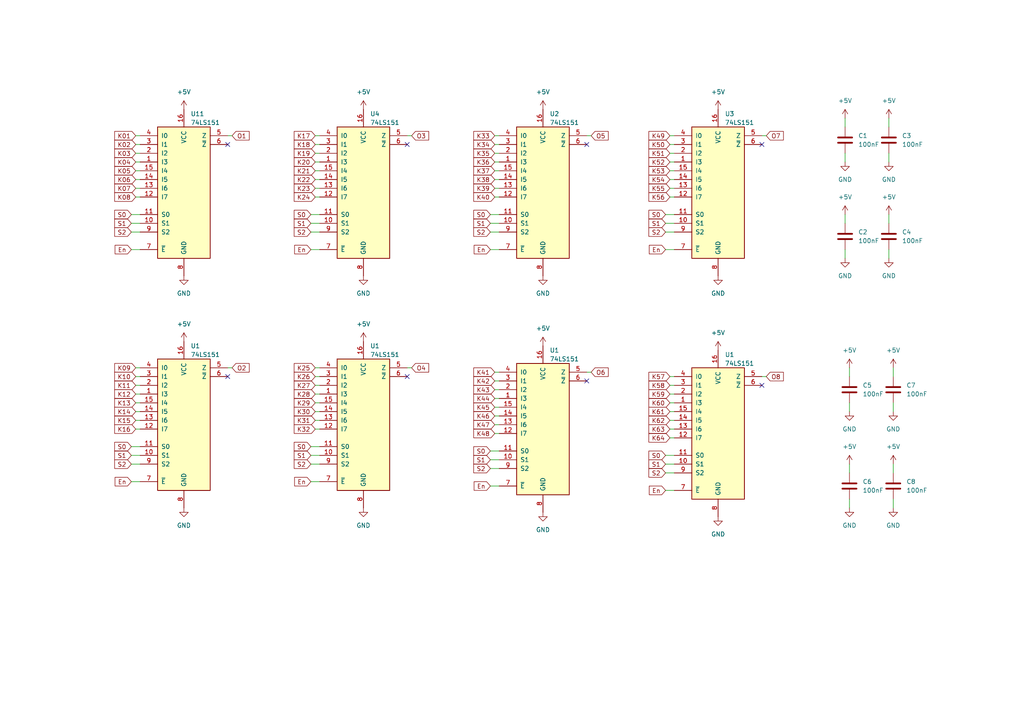
<source format=kicad_sch>
(kicad_sch (version 20230121) (generator eeschema)

  (uuid b7024b89-4a7c-4df2-9789-7987c349841c)

  (paper "A4")

  (lib_symbols
    (symbol "74xx:74LS151" (pin_names (offset 1.016)) (in_bom yes) (on_board yes)
      (property "Reference" "U" (at -7.62 19.05 0)
        (effects (font (size 1.27 1.27)))
      )
      (property "Value" "74LS151" (at -7.62 -21.59 0)
        (effects (font (size 1.27 1.27)))
      )
      (property "Footprint" "" (at 0 0 0)
        (effects (font (size 1.27 1.27)) hide)
      )
      (property "Datasheet" "http://www.ti.com/lit/gpn/sn74LS151" (at 0 0 0)
        (effects (font (size 1.27 1.27)) hide)
      )
      (property "ki_locked" "" (at 0 0 0)
        (effects (font (size 1.27 1.27)))
      )
      (property "ki_keywords" "TTL MUX8" (at 0 0 0)
        (effects (font (size 1.27 1.27)) hide)
      )
      (property "ki_description" "Multiplexer 8 to 1" (at 0 0 0)
        (effects (font (size 1.27 1.27)) hide)
      )
      (property "ki_fp_filters" "DIP?16*" (at 0 0 0)
        (effects (font (size 1.27 1.27)) hide)
      )
      (symbol "74LS151_1_0"
        (pin input line (at -12.7 7.62 0) (length 5.08)
          (name "I3" (effects (font (size 1.27 1.27))))
          (number "1" (effects (font (size 1.27 1.27))))
        )
        (pin input line (at -12.7 -10.16 0) (length 5.08)
          (name "S1" (effects (font (size 1.27 1.27))))
          (number "10" (effects (font (size 1.27 1.27))))
        )
        (pin input line (at -12.7 -7.62 0) (length 5.08)
          (name "S0" (effects (font (size 1.27 1.27))))
          (number "11" (effects (font (size 1.27 1.27))))
        )
        (pin input line (at -12.7 -2.54 0) (length 5.08)
          (name "I7" (effects (font (size 1.27 1.27))))
          (number "12" (effects (font (size 1.27 1.27))))
        )
        (pin input line (at -12.7 0 0) (length 5.08)
          (name "I6" (effects (font (size 1.27 1.27))))
          (number "13" (effects (font (size 1.27 1.27))))
        )
        (pin input line (at -12.7 2.54 0) (length 5.08)
          (name "I5" (effects (font (size 1.27 1.27))))
          (number "14" (effects (font (size 1.27 1.27))))
        )
        (pin input line (at -12.7 5.08 0) (length 5.08)
          (name "I4" (effects (font (size 1.27 1.27))))
          (number "15" (effects (font (size 1.27 1.27))))
        )
        (pin power_in line (at 0 22.86 270) (length 5.08)
          (name "VCC" (effects (font (size 1.27 1.27))))
          (number "16" (effects (font (size 1.27 1.27))))
        )
        (pin input line (at -12.7 10.16 0) (length 5.08)
          (name "I2" (effects (font (size 1.27 1.27))))
          (number "2" (effects (font (size 1.27 1.27))))
        )
        (pin input line (at -12.7 12.7 0) (length 5.08)
          (name "I1" (effects (font (size 1.27 1.27))))
          (number "3" (effects (font (size 1.27 1.27))))
        )
        (pin input line (at -12.7 15.24 0) (length 5.08)
          (name "I0" (effects (font (size 1.27 1.27))))
          (number "4" (effects (font (size 1.27 1.27))))
        )
        (pin output line (at 12.7 15.24 180) (length 5.08)
          (name "Z" (effects (font (size 1.27 1.27))))
          (number "5" (effects (font (size 1.27 1.27))))
        )
        (pin output line (at 12.7 12.7 180) (length 5.08)
          (name "~{Z}" (effects (font (size 1.27 1.27))))
          (number "6" (effects (font (size 1.27 1.27))))
        )
        (pin input line (at -12.7 -17.78 0) (length 5.08)
          (name "~{E}" (effects (font (size 1.27 1.27))))
          (number "7" (effects (font (size 1.27 1.27))))
        )
        (pin power_in line (at 0 -25.4 90) (length 5.08)
          (name "GND" (effects (font (size 1.27 1.27))))
          (number "8" (effects (font (size 1.27 1.27))))
        )
        (pin input line (at -12.7 -12.7 0) (length 5.08)
          (name "S2" (effects (font (size 1.27 1.27))))
          (number "9" (effects (font (size 1.27 1.27))))
        )
      )
      (symbol "74LS151_1_1"
        (rectangle (start -7.62 17.78) (end 7.62 -20.32)
          (stroke (width 0.254) (type default))
          (fill (type background))
        )
      )
    )
    (symbol "Device:C" (pin_numbers hide) (pin_names (offset 0.254)) (in_bom yes) (on_board yes)
      (property "Reference" "C" (at 0.635 2.54 0)
        (effects (font (size 1.27 1.27)) (justify left))
      )
      (property "Value" "C" (at 0.635 -2.54 0)
        (effects (font (size 1.27 1.27)) (justify left))
      )
      (property "Footprint" "" (at 0.9652 -3.81 0)
        (effects (font (size 1.27 1.27)) hide)
      )
      (property "Datasheet" "~" (at 0 0 0)
        (effects (font (size 1.27 1.27)) hide)
      )
      (property "ki_keywords" "cap capacitor" (at 0 0 0)
        (effects (font (size 1.27 1.27)) hide)
      )
      (property "ki_description" "Unpolarized capacitor" (at 0 0 0)
        (effects (font (size 1.27 1.27)) hide)
      )
      (property "ki_fp_filters" "C_*" (at 0 0 0)
        (effects (font (size 1.27 1.27)) hide)
      )
      (symbol "C_0_1"
        (polyline
          (pts
            (xy -2.032 -0.762)
            (xy 2.032 -0.762)
          )
          (stroke (width 0.508) (type default))
          (fill (type none))
        )
        (polyline
          (pts
            (xy -2.032 0.762)
            (xy 2.032 0.762)
          )
          (stroke (width 0.508) (type default))
          (fill (type none))
        )
      )
      (symbol "C_1_1"
        (pin passive line (at 0 3.81 270) (length 2.794)
          (name "~" (effects (font (size 1.27 1.27))))
          (number "1" (effects (font (size 1.27 1.27))))
        )
        (pin passive line (at 0 -3.81 90) (length 2.794)
          (name "~" (effects (font (size 1.27 1.27))))
          (number "2" (effects (font (size 1.27 1.27))))
        )
      )
    )
    (symbol "power:+5V" (power) (pin_names (offset 0)) (in_bom yes) (on_board yes)
      (property "Reference" "#PWR" (at 0 -3.81 0)
        (effects (font (size 1.27 1.27)) hide)
      )
      (property "Value" "+5V" (at 0 3.556 0)
        (effects (font (size 1.27 1.27)))
      )
      (property "Footprint" "" (at 0 0 0)
        (effects (font (size 1.27 1.27)) hide)
      )
      (property "Datasheet" "" (at 0 0 0)
        (effects (font (size 1.27 1.27)) hide)
      )
      (property "ki_keywords" "global power" (at 0 0 0)
        (effects (font (size 1.27 1.27)) hide)
      )
      (property "ki_description" "Power symbol creates a global label with name \"+5V\"" (at 0 0 0)
        (effects (font (size 1.27 1.27)) hide)
      )
      (symbol "+5V_0_1"
        (polyline
          (pts
            (xy -0.762 1.27)
            (xy 0 2.54)
          )
          (stroke (width 0) (type default))
          (fill (type none))
        )
        (polyline
          (pts
            (xy 0 0)
            (xy 0 2.54)
          )
          (stroke (width 0) (type default))
          (fill (type none))
        )
        (polyline
          (pts
            (xy 0 2.54)
            (xy 0.762 1.27)
          )
          (stroke (width 0) (type default))
          (fill (type none))
        )
      )
      (symbol "+5V_1_1"
        (pin power_in line (at 0 0 90) (length 0) hide
          (name "+5V" (effects (font (size 1.27 1.27))))
          (number "1" (effects (font (size 1.27 1.27))))
        )
      )
    )
    (symbol "power:GND" (power) (pin_names (offset 0)) (in_bom yes) (on_board yes)
      (property "Reference" "#PWR" (at 0 -6.35 0)
        (effects (font (size 1.27 1.27)) hide)
      )
      (property "Value" "GND" (at 0 -3.81 0)
        (effects (font (size 1.27 1.27)))
      )
      (property "Footprint" "" (at 0 0 0)
        (effects (font (size 1.27 1.27)) hide)
      )
      (property "Datasheet" "" (at 0 0 0)
        (effects (font (size 1.27 1.27)) hide)
      )
      (property "ki_keywords" "global power" (at 0 0 0)
        (effects (font (size 1.27 1.27)) hide)
      )
      (property "ki_description" "Power symbol creates a global label with name \"GND\" , ground" (at 0 0 0)
        (effects (font (size 1.27 1.27)) hide)
      )
      (symbol "GND_0_1"
        (polyline
          (pts
            (xy 0 0)
            (xy 0 -1.27)
            (xy 1.27 -1.27)
            (xy 0 -2.54)
            (xy -1.27 -1.27)
            (xy 0 -1.27)
          )
          (stroke (width 0) (type default))
          (fill (type none))
        )
      )
      (symbol "GND_1_1"
        (pin power_in line (at 0 0 270) (length 0) hide
          (name "GND" (effects (font (size 1.27 1.27))))
          (number "1" (effects (font (size 1.27 1.27))))
        )
      )
    )
  )


  (no_connect (at 66.04 41.91) (uuid 02a99863-6c27-44b0-97b2-008e58eeca79))
  (no_connect (at 170.18 41.91) (uuid 4a0d7783-aaaf-40d4-b012-f31e1c59632d))
  (no_connect (at 170.18 110.49) (uuid 6a3db0dc-6f8b-437a-ba6a-e7a72612405e))
  (no_connect (at 118.11 41.91) (uuid 745d314b-b45c-48b0-8541-b5ed41141645))
  (no_connect (at 220.98 41.91) (uuid 78715954-a316-4139-b400-c1ce5bb1298a))
  (no_connect (at 220.98 111.76) (uuid a148f9de-f1e8-4dbb-9dd5-773ceeed60a2))
  (no_connect (at 66.04 109.22) (uuid b90513fd-7c15-492a-9064-0c325e63ecce))
  (no_connect (at 118.11 109.22) (uuid be834c93-acb0-49d3-add7-e1bf7f4f9fa5))

  (wire (pts (xy 193.04 132.08) (xy 195.58 132.08))
    (stroke (width 0) (type default))
    (uuid 00e9525b-a2f6-4ce0-86e7-79f2dcc10244)
  )
  (wire (pts (xy 39.37 109.22) (xy 40.64 109.22))
    (stroke (width 0) (type default))
    (uuid 036073e6-4f75-45bc-8d0d-008f6c1eded2)
  )
  (wire (pts (xy 194.31 124.46) (xy 195.58 124.46))
    (stroke (width 0) (type default))
    (uuid 04eee918-7515-4d6b-9444-5e2eae522dc4)
  )
  (wire (pts (xy 91.44 39.37) (xy 92.71 39.37))
    (stroke (width 0) (type default))
    (uuid 05138563-5706-4091-80a3-88aad7cc93bb)
  )
  (wire (pts (xy 143.51 44.45) (xy 144.78 44.45))
    (stroke (width 0) (type default))
    (uuid 11e8c7bd-bb3b-4061-aeaf-1a6cd33a24b5)
  )
  (wire (pts (xy 39.37 116.84) (xy 40.64 116.84))
    (stroke (width 0) (type default))
    (uuid 1226c926-5751-436f-b500-76de1568af22)
  )
  (wire (pts (xy 39.37 44.45) (xy 40.64 44.45))
    (stroke (width 0) (type default))
    (uuid 14edbfaf-0a35-4b1f-8d6c-11876c9113e5)
  )
  (wire (pts (xy 91.44 54.61) (xy 92.71 54.61))
    (stroke (width 0) (type default))
    (uuid 152265d2-ad19-43f4-8f51-aa97542afeef)
  )
  (wire (pts (xy 257.81 62.23) (xy 257.81 64.77))
    (stroke (width 0) (type default))
    (uuid 1a60a43c-c48d-4d8a-a5f7-93624c3923a6)
  )
  (wire (pts (xy 193.04 72.39) (xy 195.58 72.39))
    (stroke (width 0) (type default))
    (uuid 1acba894-7b2a-46c7-9281-7e0f818eea98)
  )
  (wire (pts (xy 90.17 72.39) (xy 92.71 72.39))
    (stroke (width 0) (type default))
    (uuid 1b0d0554-f9d8-46d3-b9d1-e2d351a1aded)
  )
  (wire (pts (xy 142.24 133.35) (xy 144.78 133.35))
    (stroke (width 0) (type default))
    (uuid 1b8e4365-83ff-4659-9ded-e5930b23e1fa)
  )
  (wire (pts (xy 39.37 114.3) (xy 40.64 114.3))
    (stroke (width 0) (type default))
    (uuid 1d17e0a6-8a73-4164-8e34-0f063d357cc4)
  )
  (wire (pts (xy 143.51 110.49) (xy 144.78 110.49))
    (stroke (width 0) (type default))
    (uuid 20ee8481-da93-4156-bf36-e4ba95d74af5)
  )
  (wire (pts (xy 194.31 41.91) (xy 195.58 41.91))
    (stroke (width 0) (type default))
    (uuid 2241b90f-b87e-40d1-8dcf-75cc6886ad00)
  )
  (wire (pts (xy 91.44 116.84) (xy 92.71 116.84))
    (stroke (width 0) (type default))
    (uuid 2604651d-64bc-432e-aad4-fa233dc96815)
  )
  (wire (pts (xy 39.37 39.37) (xy 40.64 39.37))
    (stroke (width 0) (type default))
    (uuid 2a49cc86-d9fd-4cc9-98ec-500aabc07bd5)
  )
  (wire (pts (xy 90.17 62.23) (xy 92.71 62.23))
    (stroke (width 0) (type default))
    (uuid 2d619df6-b62e-449a-81e1-5d100faf0ca9)
  )
  (wire (pts (xy 193.04 134.62) (xy 195.58 134.62))
    (stroke (width 0) (type default))
    (uuid 2de80890-4f86-46d1-9a08-01e7aa527c5b)
  )
  (wire (pts (xy 170.18 107.95) (xy 171.45 107.95))
    (stroke (width 0) (type default))
    (uuid 2f1ec939-29b3-42b7-be80-f3b89f36ff66)
  )
  (wire (pts (xy 194.31 127) (xy 195.58 127))
    (stroke (width 0) (type default))
    (uuid 3109f864-bc18-4792-9d0f-092d9b22167a)
  )
  (wire (pts (xy 194.31 116.84) (xy 195.58 116.84))
    (stroke (width 0) (type default))
    (uuid 36270bc5-0750-4ab5-bbb9-a3a24ef8c837)
  )
  (wire (pts (xy 194.31 39.37) (xy 195.58 39.37))
    (stroke (width 0) (type default))
    (uuid 39626207-7b4e-476c-ba26-6643647704ca)
  )
  (wire (pts (xy 142.24 135.89) (xy 144.78 135.89))
    (stroke (width 0) (type default))
    (uuid 3d5ad4d5-b6dd-4518-9401-23956b7231a3)
  )
  (wire (pts (xy 143.51 120.65) (xy 144.78 120.65))
    (stroke (width 0) (type default))
    (uuid 401d8e0f-e5d4-4bb5-9853-6e9cd6ac4a5b)
  )
  (wire (pts (xy 39.37 124.46) (xy 40.64 124.46))
    (stroke (width 0) (type default))
    (uuid 403a154c-47bf-42fa-9d0f-86381b420253)
  )
  (wire (pts (xy 91.44 41.91) (xy 92.71 41.91))
    (stroke (width 0) (type default))
    (uuid 415f168a-d5df-4920-95a8-3fd5fec5de38)
  )
  (wire (pts (xy 143.51 54.61) (xy 144.78 54.61))
    (stroke (width 0) (type default))
    (uuid 43c2c346-36f0-4e5a-a7c1-aa6ceb593fd6)
  )
  (wire (pts (xy 194.31 44.45) (xy 195.58 44.45))
    (stroke (width 0) (type default))
    (uuid 44dc30ad-0546-4687-9790-d968b31989d7)
  )
  (wire (pts (xy 194.31 114.3) (xy 195.58 114.3))
    (stroke (width 0) (type default))
    (uuid 45ca922f-482d-4c2e-b3da-df5f9a02a8f0)
  )
  (wire (pts (xy 91.44 114.3) (xy 92.71 114.3))
    (stroke (width 0) (type default))
    (uuid 46a8ce17-8643-4b6b-a968-c968350001c5)
  )
  (wire (pts (xy 194.31 49.53) (xy 195.58 49.53))
    (stroke (width 0) (type default))
    (uuid 4706c438-5c0a-4b6a-92cb-613a9dc6cdbc)
  )
  (wire (pts (xy 39.37 46.99) (xy 40.64 46.99))
    (stroke (width 0) (type default))
    (uuid 4a31614a-35bc-415d-9e67-0ebfdb4ebf8d)
  )
  (wire (pts (xy 91.44 44.45) (xy 92.71 44.45))
    (stroke (width 0) (type default))
    (uuid 4cf3b0b3-6b9f-4d1d-9dec-db3ae789949d)
  )
  (wire (pts (xy 259.08 134.62) (xy 259.08 137.16))
    (stroke (width 0) (type default))
    (uuid 4dbe391f-09b6-44bb-8864-0e3c062536ee)
  )
  (wire (pts (xy 90.17 139.7) (xy 92.71 139.7))
    (stroke (width 0) (type default))
    (uuid 4ea27b92-a746-4f3a-b3ae-c5cb5ad2cfc0)
  )
  (wire (pts (xy 39.37 52.07) (xy 40.64 52.07))
    (stroke (width 0) (type default))
    (uuid 5017dc20-1968-41b9-b7eb-e2a1fe3cbd55)
  )
  (wire (pts (xy 91.44 119.38) (xy 92.71 119.38))
    (stroke (width 0) (type default))
    (uuid 52a09ff4-3ef5-40fe-8e33-656f9ea40adc)
  )
  (wire (pts (xy 194.31 111.76) (xy 195.58 111.76))
    (stroke (width 0) (type default))
    (uuid 55971378-661c-46ae-a09b-d70126b4d4ea)
  )
  (wire (pts (xy 66.04 39.37) (xy 67.31 39.37))
    (stroke (width 0) (type default))
    (uuid 58d88ea5-0af5-4771-805e-03a8441bc15f)
  )
  (wire (pts (xy 66.04 106.68) (xy 67.31 106.68))
    (stroke (width 0) (type default))
    (uuid 5d3007e6-22a8-4660-82f0-6bd74994593f)
  )
  (wire (pts (xy 193.04 62.23) (xy 195.58 62.23))
    (stroke (width 0) (type default))
    (uuid 5defc75d-18cc-4d99-8555-9016fbb2d64a)
  )
  (wire (pts (xy 194.31 121.92) (xy 195.58 121.92))
    (stroke (width 0) (type default))
    (uuid 5e780c97-d2dc-44de-b2f3-615c34c4a82f)
  )
  (wire (pts (xy 143.51 123.19) (xy 144.78 123.19))
    (stroke (width 0) (type default))
    (uuid 5e9838c4-289b-448e-b7ea-99e62c0388cf)
  )
  (wire (pts (xy 91.44 49.53) (xy 92.71 49.53))
    (stroke (width 0) (type default))
    (uuid 5f3c332f-5bde-4728-b768-3a81a945c223)
  )
  (wire (pts (xy 220.98 109.22) (xy 222.25 109.22))
    (stroke (width 0) (type default))
    (uuid 61da523a-57f9-4987-9002-37473af0e701)
  )
  (wire (pts (xy 39.37 121.92) (xy 40.64 121.92))
    (stroke (width 0) (type default))
    (uuid 635a80b3-50c5-4797-92ac-c1ed348ce6b3)
  )
  (wire (pts (xy 246.38 116.84) (xy 246.38 119.38))
    (stroke (width 0) (type default))
    (uuid 673a5009-d71c-462e-aeb8-563a606cf57a)
  )
  (wire (pts (xy 257.81 34.29) (xy 257.81 36.83))
    (stroke (width 0) (type default))
    (uuid 6b3bd69a-fdee-4fab-a46a-5108e0be478b)
  )
  (wire (pts (xy 118.11 39.37) (xy 119.38 39.37))
    (stroke (width 0) (type default))
    (uuid 6de2d89c-bd2e-43ff-9c67-c628c0324507)
  )
  (wire (pts (xy 142.24 64.77) (xy 144.78 64.77))
    (stroke (width 0) (type default))
    (uuid 70f5324a-f0b3-4a36-bb99-15de8cb28051)
  )
  (wire (pts (xy 259.08 144.78) (xy 259.08 147.32))
    (stroke (width 0) (type default))
    (uuid 7168898a-26bc-4922-b9d5-3450624ead99)
  )
  (wire (pts (xy 91.44 46.99) (xy 92.71 46.99))
    (stroke (width 0) (type default))
    (uuid 759844d7-7590-4418-b9b3-b9d5fcc8023c)
  )
  (wire (pts (xy 38.1 62.23) (xy 40.64 62.23))
    (stroke (width 0) (type default))
    (uuid 7737f1b9-af82-406b-8ec5-f2e6c90eec06)
  )
  (wire (pts (xy 38.1 64.77) (xy 40.64 64.77))
    (stroke (width 0) (type default))
    (uuid 77b02ccb-0595-48e5-a61f-a5f3c249d2ad)
  )
  (wire (pts (xy 194.31 52.07) (xy 195.58 52.07))
    (stroke (width 0) (type default))
    (uuid 787d9ccc-91b9-436a-bdd7-8f3c2b966c59)
  )
  (wire (pts (xy 39.37 57.15) (xy 40.64 57.15))
    (stroke (width 0) (type default))
    (uuid 7882fda9-a55a-4705-9fad-5e50268d00bb)
  )
  (wire (pts (xy 142.24 72.39) (xy 144.78 72.39))
    (stroke (width 0) (type default))
    (uuid 79e1276d-1772-4411-81de-614bf6679a10)
  )
  (wire (pts (xy 91.44 121.92) (xy 92.71 121.92))
    (stroke (width 0) (type default))
    (uuid 7b07e946-57ad-433e-b661-f3000810f544)
  )
  (wire (pts (xy 259.08 106.68) (xy 259.08 109.22))
    (stroke (width 0) (type default))
    (uuid 7b97daf8-eb60-4eae-9284-98b86caeeea4)
  )
  (wire (pts (xy 39.37 49.53) (xy 40.64 49.53))
    (stroke (width 0) (type default))
    (uuid 7bd27e92-027a-44b8-99f3-02b4bc671273)
  )
  (wire (pts (xy 142.24 130.81) (xy 144.78 130.81))
    (stroke (width 0) (type default))
    (uuid 7f5c3c10-e661-43fa-84d3-942426f38406)
  )
  (wire (pts (xy 38.1 132.08) (xy 40.64 132.08))
    (stroke (width 0) (type default))
    (uuid 7f8959e8-0d15-4460-8280-a031ab10bdd6)
  )
  (wire (pts (xy 143.51 118.11) (xy 144.78 118.11))
    (stroke (width 0) (type default))
    (uuid 8153270c-9bb5-405a-9f72-57cbc6a5abf4)
  )
  (wire (pts (xy 38.1 129.54) (xy 40.64 129.54))
    (stroke (width 0) (type default))
    (uuid 840eb162-e7dc-4706-94e5-b668d69322c3)
  )
  (wire (pts (xy 142.24 67.31) (xy 144.78 67.31))
    (stroke (width 0) (type default))
    (uuid 859ddbc3-30da-4262-a6f8-93a8f51301d6)
  )
  (wire (pts (xy 194.31 119.38) (xy 195.58 119.38))
    (stroke (width 0) (type default))
    (uuid 866d7b77-64e3-4308-8554-67cbf6d37be8)
  )
  (wire (pts (xy 143.51 107.95) (xy 144.78 107.95))
    (stroke (width 0) (type default))
    (uuid 8bf7d2af-2c19-4efc-9fd5-63f647e77ac2)
  )
  (wire (pts (xy 91.44 111.76) (xy 92.71 111.76))
    (stroke (width 0) (type default))
    (uuid 8e26ec01-b3fe-4dd5-ad7c-365c114f59de)
  )
  (wire (pts (xy 143.51 41.91) (xy 144.78 41.91))
    (stroke (width 0) (type default))
    (uuid 903edfd2-8d56-44b6-8303-2a02dee6b925)
  )
  (wire (pts (xy 39.37 111.76) (xy 40.64 111.76))
    (stroke (width 0) (type default))
    (uuid 909093e2-93ce-47a9-991b-61de8a06e26d)
  )
  (wire (pts (xy 91.44 106.68) (xy 92.71 106.68))
    (stroke (width 0) (type default))
    (uuid 91021329-de41-46a6-b906-1a497a8f23ac)
  )
  (wire (pts (xy 90.17 64.77) (xy 92.71 64.77))
    (stroke (width 0) (type default))
    (uuid 92ea7fd3-6afe-4cc8-95e6-977e8c3edeb1)
  )
  (wire (pts (xy 39.37 106.68) (xy 40.64 106.68))
    (stroke (width 0) (type default))
    (uuid 971e7edc-d4ae-41de-80af-e684604c95d9)
  )
  (wire (pts (xy 142.24 62.23) (xy 144.78 62.23))
    (stroke (width 0) (type default))
    (uuid 997f5e7e-7e5d-44ef-8f79-c3517ffd3a15)
  )
  (wire (pts (xy 143.51 52.07) (xy 144.78 52.07))
    (stroke (width 0) (type default))
    (uuid 9b032b0b-7812-4105-b037-3cc1e5cfcaf9)
  )
  (wire (pts (xy 91.44 109.22) (xy 92.71 109.22))
    (stroke (width 0) (type default))
    (uuid 9f65262e-873f-4c64-96b0-39a366c6eba7)
  )
  (wire (pts (xy 143.51 113.03) (xy 144.78 113.03))
    (stroke (width 0) (type default))
    (uuid 9ff51a22-e787-47ef-83f1-b39575e7b34a)
  )
  (wire (pts (xy 38.1 139.7) (xy 40.64 139.7))
    (stroke (width 0) (type default))
    (uuid a0f3a286-2f60-44fe-8eb9-2e43d5504c3f)
  )
  (wire (pts (xy 194.31 46.99) (xy 195.58 46.99))
    (stroke (width 0) (type default))
    (uuid a2413a00-040e-4d84-bdd5-89be8d5ac65c)
  )
  (wire (pts (xy 90.17 67.31) (xy 92.71 67.31))
    (stroke (width 0) (type default))
    (uuid a5d56f50-8f2f-40b9-8e63-8b00de597411)
  )
  (wire (pts (xy 143.51 125.73) (xy 144.78 125.73))
    (stroke (width 0) (type default))
    (uuid a9b50b10-3e3e-4daf-9e52-7c6522c3102a)
  )
  (wire (pts (xy 259.08 116.84) (xy 259.08 119.38))
    (stroke (width 0) (type default))
    (uuid ab11e969-d068-442f-88c9-81415529ec38)
  )
  (wire (pts (xy 38.1 134.62) (xy 40.64 134.62))
    (stroke (width 0) (type default))
    (uuid ac171810-18f1-43fa-96d1-e8585af52e1a)
  )
  (wire (pts (xy 193.04 142.24) (xy 195.58 142.24))
    (stroke (width 0) (type default))
    (uuid ad7dd38f-3670-401b-946b-1b53da4809f7)
  )
  (wire (pts (xy 39.37 119.38) (xy 40.64 119.38))
    (stroke (width 0) (type default))
    (uuid b24ea8c2-0841-4e5d-9b44-529e5987c54f)
  )
  (wire (pts (xy 39.37 41.91) (xy 40.64 41.91))
    (stroke (width 0) (type default))
    (uuid b41126cc-d5f9-4fb6-995b-3067046a6c03)
  )
  (wire (pts (xy 143.51 57.15) (xy 144.78 57.15))
    (stroke (width 0) (type default))
    (uuid b7f53619-2f46-431e-9a85-0949ab72ca0d)
  )
  (wire (pts (xy 245.11 72.39) (xy 245.11 74.93))
    (stroke (width 0) (type default))
    (uuid bc2894d4-2283-4b15-85d0-3fc8f5728899)
  )
  (wire (pts (xy 245.11 62.23) (xy 245.11 64.77))
    (stroke (width 0) (type default))
    (uuid c130b907-f2ec-4de4-90d1-176a4e3ac016)
  )
  (wire (pts (xy 220.98 39.37) (xy 222.25 39.37))
    (stroke (width 0) (type default))
    (uuid c368eaa5-64ca-4ead-9a87-9499439c94d4)
  )
  (wire (pts (xy 90.17 134.62) (xy 92.71 134.62))
    (stroke (width 0) (type default))
    (uuid c536c237-b53e-4436-8dc3-a48d5e04b82c)
  )
  (wire (pts (xy 194.31 109.22) (xy 195.58 109.22))
    (stroke (width 0) (type default))
    (uuid c876fcce-5c25-474e-903a-85701e1887a4)
  )
  (wire (pts (xy 118.11 106.68) (xy 119.38 106.68))
    (stroke (width 0) (type default))
    (uuid cbb167f2-7602-48e6-a5bd-15039998d44a)
  )
  (wire (pts (xy 38.1 72.39) (xy 40.64 72.39))
    (stroke (width 0) (type default))
    (uuid cda7f353-b2c9-48da-9f4a-d479abc2cd8e)
  )
  (wire (pts (xy 91.44 52.07) (xy 92.71 52.07))
    (stroke (width 0) (type default))
    (uuid d18ac815-300b-455e-8360-131e9c74695b)
  )
  (wire (pts (xy 91.44 57.15) (xy 92.71 57.15))
    (stroke (width 0) (type default))
    (uuid d3958405-785a-44a4-8521-4e6e4ffe145f)
  )
  (wire (pts (xy 39.37 54.61) (xy 40.64 54.61))
    (stroke (width 0) (type default))
    (uuid d8e85c0a-c03c-42b3-9700-4853e5571f7b)
  )
  (wire (pts (xy 193.04 137.16) (xy 195.58 137.16))
    (stroke (width 0) (type default))
    (uuid d94af5db-829f-4c2f-bdb3-51976e7d21e3)
  )
  (wire (pts (xy 193.04 67.31) (xy 195.58 67.31))
    (stroke (width 0) (type default))
    (uuid da040cc4-7025-402d-a1ff-0b4a7037dcd2)
  )
  (wire (pts (xy 143.51 39.37) (xy 144.78 39.37))
    (stroke (width 0) (type default))
    (uuid e4a41239-0268-4125-b147-913ca3b27e0c)
  )
  (wire (pts (xy 143.51 46.99) (xy 144.78 46.99))
    (stroke (width 0) (type default))
    (uuid e5e99856-b0a4-496b-8675-7481495a29b8)
  )
  (wire (pts (xy 246.38 106.68) (xy 246.38 109.22))
    (stroke (width 0) (type default))
    (uuid e6646b06-7f05-4fa9-91eb-154e1e5b1eda)
  )
  (wire (pts (xy 257.81 44.45) (xy 257.81 46.99))
    (stroke (width 0) (type default))
    (uuid e8c047b5-c93d-4052-a438-bfa79bbe4ac7)
  )
  (wire (pts (xy 142.24 140.97) (xy 144.78 140.97))
    (stroke (width 0) (type default))
    (uuid e9b0feee-93ec-43b0-85b4-a7d70f1298db)
  )
  (wire (pts (xy 90.17 129.54) (xy 92.71 129.54))
    (stroke (width 0) (type default))
    (uuid ec8773d5-fec0-4d63-82e2-d245bec61346)
  )
  (wire (pts (xy 246.38 134.62) (xy 246.38 137.16))
    (stroke (width 0) (type default))
    (uuid ee05918c-aa69-4f85-af1e-ebf002ff3d5b)
  )
  (wire (pts (xy 194.31 54.61) (xy 195.58 54.61))
    (stroke (width 0) (type default))
    (uuid ef749bd0-d8d1-4efa-881c-120b549b6c40)
  )
  (wire (pts (xy 90.17 132.08) (xy 92.71 132.08))
    (stroke (width 0) (type default))
    (uuid f13021c0-a0fb-4a9a-ac54-e7683e0c610e)
  )
  (wire (pts (xy 194.31 57.15) (xy 195.58 57.15))
    (stroke (width 0) (type default))
    (uuid f154c512-aca6-4f21-83c3-8dc244d7c198)
  )
  (wire (pts (xy 38.1 67.31) (xy 40.64 67.31))
    (stroke (width 0) (type default))
    (uuid f753b17f-931f-4b28-a48c-b0fe4a08bed0)
  )
  (wire (pts (xy 143.51 49.53) (xy 144.78 49.53))
    (stroke (width 0) (type default))
    (uuid f87e350d-9bed-493d-b2bd-b6a1b89c0137)
  )
  (wire (pts (xy 257.81 72.39) (xy 257.81 74.93))
    (stroke (width 0) (type default))
    (uuid f8cf5f8b-b5be-4068-98ef-d38f88b2bf2b)
  )
  (wire (pts (xy 143.51 115.57) (xy 144.78 115.57))
    (stroke (width 0) (type default))
    (uuid f9594f72-3875-47eb-821f-f4b1a065037a)
  )
  (wire (pts (xy 91.44 124.46) (xy 92.71 124.46))
    (stroke (width 0) (type default))
    (uuid fc2fe042-a986-4735-8e64-114810505058)
  )
  (wire (pts (xy 170.18 39.37) (xy 171.45 39.37))
    (stroke (width 0) (type default))
    (uuid fcda7e44-bc0f-4c29-b4b7-2759d4e33f3c)
  )
  (wire (pts (xy 246.38 144.78) (xy 246.38 147.32))
    (stroke (width 0) (type default))
    (uuid fe106121-6464-458e-8038-817b2d480264)
  )
  (wire (pts (xy 245.11 44.45) (xy 245.11 46.99))
    (stroke (width 0) (type default))
    (uuid fee8de6f-9292-40c3-9ebe-421faa23e070)
  )
  (wire (pts (xy 245.11 34.29) (xy 245.11 36.83))
    (stroke (width 0) (type default))
    (uuid ff433d1e-2bec-4b59-8640-c9d3d9041340)
  )
  (wire (pts (xy 193.04 64.77) (xy 195.58 64.77))
    (stroke (width 0) (type default))
    (uuid ff47064e-f0ef-45ab-9226-8f28c1d9b109)
  )

  (global_label "S1" (shape input) (at 142.24 133.35 180) (fields_autoplaced)
    (effects (font (size 1.27 1.27)) (justify right))
    (uuid 070afe79-703d-4e0b-bf73-c20b083598d3)
    (property "Intersheetrefs" "${INTERSHEET_REFS}" (at 137.4079 133.2706 0)
      (effects (font (size 1.27 1.27)) (justify right) hide)
    )
  )
  (global_label "K50" (shape input) (at 194.31 41.91 180) (fields_autoplaced)
    (effects (font (size 1.27 1.27)) (justify right))
    (uuid 0a41ad41-649c-4f15-8e2c-b6889343bade)
    (property "Intersheetrefs" "${INTERSHEET_REFS}" (at 188.2079 41.8306 0)
      (effects (font (size 1.27 1.27)) (justify right) hide)
    )
  )
  (global_label "K62" (shape input) (at 194.31 121.92 180) (fields_autoplaced)
    (effects (font (size 1.27 1.27)) (justify right))
    (uuid 0ba96ccc-e4a3-4096-b2e9-a11b20d1f35d)
    (property "Intersheetrefs" "${INTERSHEET_REFS}" (at 188.2079 121.8406 0)
      (effects (font (size 1.27 1.27)) (justify right) hide)
    )
  )
  (global_label "En" (shape input) (at 193.04 72.39 180) (fields_autoplaced)
    (effects (font (size 1.27 1.27)) (justify right))
    (uuid 0e386d21-312a-41b8-ac5e-74ea853e5628)
    (property "Intersheetrefs" "${INTERSHEET_REFS}" (at 188.3288 72.3106 0)
      (effects (font (size 1.27 1.27)) (justify right) hide)
    )
  )
  (global_label "S0" (shape input) (at 38.1 129.54 180) (fields_autoplaced)
    (effects (font (size 1.27 1.27)) (justify right))
    (uuid 0f01da3d-e9fd-4301-a99e-5dbb23e114f9)
    (property "Intersheetrefs" "${INTERSHEET_REFS}" (at 33.2679 129.4606 0)
      (effects (font (size 1.27 1.27)) (justify right) hide)
    )
  )
  (global_label "K48" (shape input) (at 143.51 125.73 180) (fields_autoplaced)
    (effects (font (size 1.27 1.27)) (justify right))
    (uuid 0f91f4fd-d4c4-48b7-a683-0234aa09cf18)
    (property "Intersheetrefs" "${INTERSHEET_REFS}" (at 137.4079 125.6506 0)
      (effects (font (size 1.27 1.27)) (justify right) hide)
    )
  )
  (global_label "K38" (shape input) (at 143.51 52.07 180) (fields_autoplaced)
    (effects (font (size 1.27 1.27)) (justify right))
    (uuid 137e9a3a-9f9e-416d-8b28-3379e6d12cce)
    (property "Intersheetrefs" "${INTERSHEET_REFS}" (at 137.4079 51.9906 0)
      (effects (font (size 1.27 1.27)) (justify right) hide)
    )
  )
  (global_label "K34" (shape input) (at 143.51 41.91 180) (fields_autoplaced)
    (effects (font (size 1.27 1.27)) (justify right))
    (uuid 15334b6a-86bb-424e-9f68-27b2e5ff5e1a)
    (property "Intersheetrefs" "${INTERSHEET_REFS}" (at 137.4079 41.8306 0)
      (effects (font (size 1.27 1.27)) (justify right) hide)
    )
  )
  (global_label "K32" (shape input) (at 91.44 124.46 180) (fields_autoplaced)
    (effects (font (size 1.27 1.27)) (justify right))
    (uuid 167a3729-aed1-4283-ad45-2ec49cc3b061)
    (property "Intersheetrefs" "${INTERSHEET_REFS}" (at 85.3379 124.3806 0)
      (effects (font (size 1.27 1.27)) (justify right) hide)
    )
  )
  (global_label "K02" (shape input) (at 39.37 41.91 180) (fields_autoplaced)
    (effects (font (size 1.27 1.27)) (justify right))
    (uuid 1b89034f-c921-4df0-8382-6c33083e45d6)
    (property "Intersheetrefs" "${INTERSHEET_REFS}" (at 33.2679 41.8306 0)
      (effects (font (size 1.27 1.27)) (justify right) hide)
    )
  )
  (global_label "O1" (shape input) (at 67.31 39.37 0) (fields_autoplaced)
    (effects (font (size 1.27 1.27)) (justify left))
    (uuid 1d816cb4-3670-4eda-b11a-9ed4f16a7bb2)
    (property "Intersheetrefs" "${INTERSHEET_REFS}" (at 72.2631 39.2906 0)
      (effects (font (size 1.27 1.27)) (justify left) hide)
    )
  )
  (global_label "S1" (shape input) (at 193.04 64.77 180) (fields_autoplaced)
    (effects (font (size 1.27 1.27)) (justify right))
    (uuid 2175c302-1988-47c3-98fc-a6fb94766e9a)
    (property "Intersheetrefs" "${INTERSHEET_REFS}" (at 188.2079 64.6906 0)
      (effects (font (size 1.27 1.27)) (justify right) hide)
    )
  )
  (global_label "K28" (shape input) (at 91.44 114.3 180) (fields_autoplaced)
    (effects (font (size 1.27 1.27)) (justify right))
    (uuid 217ed2cd-5b9a-4f4a-8eb8-9cf4b064ec00)
    (property "Intersheetrefs" "${INTERSHEET_REFS}" (at 85.3379 114.2206 0)
      (effects (font (size 1.27 1.27)) (justify right) hide)
    )
  )
  (global_label "S1" (shape input) (at 142.24 64.77 180) (fields_autoplaced)
    (effects (font (size 1.27 1.27)) (justify right))
    (uuid 233a91d5-4594-43ee-9504-c14e36000110)
    (property "Intersheetrefs" "${INTERSHEET_REFS}" (at 137.4079 64.6906 0)
      (effects (font (size 1.27 1.27)) (justify right) hide)
    )
  )
  (global_label "K25" (shape input) (at 91.44 106.68 180) (fields_autoplaced)
    (effects (font (size 1.27 1.27)) (justify right))
    (uuid 2498435b-c422-429b-8aa5-9c4188c1634b)
    (property "Intersheetrefs" "${INTERSHEET_REFS}" (at 85.3379 106.6006 0)
      (effects (font (size 1.27 1.27)) (justify right) hide)
    )
  )
  (global_label "S0" (shape input) (at 142.24 62.23 180) (fields_autoplaced)
    (effects (font (size 1.27 1.27)) (justify right))
    (uuid 25d87c36-9206-41a8-bac5-517cb63e71fe)
    (property "Intersheetrefs" "${INTERSHEET_REFS}" (at 137.4079 62.1506 0)
      (effects (font (size 1.27 1.27)) (justify right) hide)
    )
  )
  (global_label "S2" (shape input) (at 38.1 67.31 180) (fields_autoplaced)
    (effects (font (size 1.27 1.27)) (justify right))
    (uuid 29b454a9-aebd-485f-b02b-27254802c75d)
    (property "Intersheetrefs" "${INTERSHEET_REFS}" (at 33.2679 67.2306 0)
      (effects (font (size 1.27 1.27)) (justify right) hide)
    )
  )
  (global_label "O5" (shape input) (at 171.45 39.37 0) (fields_autoplaced)
    (effects (font (size 1.27 1.27)) (justify left))
    (uuid 2aeb6ff6-4aed-46a2-a0c3-435d621bfdb4)
    (property "Intersheetrefs" "${INTERSHEET_REFS}" (at 176.4031 39.2906 0)
      (effects (font (size 1.27 1.27)) (justify left) hide)
    )
  )
  (global_label "K49" (shape input) (at 194.31 39.37 180) (fields_autoplaced)
    (effects (font (size 1.27 1.27)) (justify right))
    (uuid 2ba455b7-d83a-4b9f-9877-dd5c60b1595d)
    (property "Intersheetrefs" "${INTERSHEET_REFS}" (at 188.2079 39.2906 0)
      (effects (font (size 1.27 1.27)) (justify right) hide)
    )
  )
  (global_label "K17" (shape input) (at 91.44 39.37 180) (fields_autoplaced)
    (effects (font (size 1.27 1.27)) (justify right))
    (uuid 2dcaba78-4ac1-44be-ac6d-6bb139571124)
    (property "Intersheetrefs" "${INTERSHEET_REFS}" (at 85.3379 39.2906 0)
      (effects (font (size 1.27 1.27)) (justify right) hide)
    )
  )
  (global_label "K08" (shape input) (at 39.37 57.15 180) (fields_autoplaced)
    (effects (font (size 1.27 1.27)) (justify right))
    (uuid 2de149d7-676a-4068-9a33-d16f1f24fd84)
    (property "Intersheetrefs" "${INTERSHEET_REFS}" (at 33.2679 57.0706 0)
      (effects (font (size 1.27 1.27)) (justify right) hide)
    )
  )
  (global_label "K04" (shape input) (at 39.37 46.99 180) (fields_autoplaced)
    (effects (font (size 1.27 1.27)) (justify right))
    (uuid 323b5d70-5d18-454d-a2f8-2cf49581a70d)
    (property "Intersheetrefs" "${INTERSHEET_REFS}" (at 33.2679 46.9106 0)
      (effects (font (size 1.27 1.27)) (justify right) hide)
    )
  )
  (global_label "S2" (shape input) (at 142.24 67.31 180) (fields_autoplaced)
    (effects (font (size 1.27 1.27)) (justify right))
    (uuid 358612bc-7dc5-4fcd-a091-675e231feccb)
    (property "Intersheetrefs" "${INTERSHEET_REFS}" (at 137.4079 67.2306 0)
      (effects (font (size 1.27 1.27)) (justify right) hide)
    )
  )
  (global_label "S1" (shape input) (at 38.1 132.08 180) (fields_autoplaced)
    (effects (font (size 1.27 1.27)) (justify right))
    (uuid 35f46b5c-66e7-48c4-a84b-a3f2d7e0c7f3)
    (property "Intersheetrefs" "${INTERSHEET_REFS}" (at 33.2679 132.0006 0)
      (effects (font (size 1.27 1.27)) (justify right) hide)
    )
  )
  (global_label "O4" (shape input) (at 119.38 106.68 0) (fields_autoplaced)
    (effects (font (size 1.27 1.27)) (justify left))
    (uuid 3792da15-76b7-40fb-970d-fc0289dd10a0)
    (property "Intersheetrefs" "${INTERSHEET_REFS}" (at 124.3331 106.6006 0)
      (effects (font (size 1.27 1.27)) (justify left) hide)
    )
  )
  (global_label "K01" (shape input) (at 39.37 39.37 180) (fields_autoplaced)
    (effects (font (size 1.27 1.27)) (justify right))
    (uuid 3968a92a-82c3-4c2a-a037-4ebd55fa919f)
    (property "Intersheetrefs" "${INTERSHEET_REFS}" (at 33.2679 39.2906 0)
      (effects (font (size 1.27 1.27)) (justify right) hide)
    )
  )
  (global_label "K03" (shape input) (at 39.37 44.45 180) (fields_autoplaced)
    (effects (font (size 1.27 1.27)) (justify right))
    (uuid 396a0d3b-fffc-4a30-96e1-1de59960a9e0)
    (property "Intersheetrefs" "${INTERSHEET_REFS}" (at 33.2679 44.3706 0)
      (effects (font (size 1.27 1.27)) (justify right) hide)
    )
  )
  (global_label "K60" (shape input) (at 194.31 116.84 180) (fields_autoplaced)
    (effects (font (size 1.27 1.27)) (justify right))
    (uuid 39ba593b-398b-44de-96df-c2d18cc0e4e4)
    (property "Intersheetrefs" "${INTERSHEET_REFS}" (at 188.2079 116.7606 0)
      (effects (font (size 1.27 1.27)) (justify right) hide)
    )
  )
  (global_label "S2" (shape input) (at 90.17 67.31 180) (fields_autoplaced)
    (effects (font (size 1.27 1.27)) (justify right))
    (uuid 3b5519f5-66af-49a9-8d7a-f8ad3c1237fa)
    (property "Intersheetrefs" "${INTERSHEET_REFS}" (at 85.3379 67.2306 0)
      (effects (font (size 1.27 1.27)) (justify right) hide)
    )
  )
  (global_label "K42" (shape input) (at 143.51 110.49 180) (fields_autoplaced)
    (effects (font (size 1.27 1.27)) (justify right))
    (uuid 3beefca5-eac0-4983-ab71-c93dcfbe8ec5)
    (property "Intersheetrefs" "${INTERSHEET_REFS}" (at 137.4079 110.4106 0)
      (effects (font (size 1.27 1.27)) (justify right) hide)
    )
  )
  (global_label "O6" (shape input) (at 171.45 107.95 0) (fields_autoplaced)
    (effects (font (size 1.27 1.27)) (justify left))
    (uuid 3c36d729-1c29-4def-ac7a-56ee91d4df5a)
    (property "Intersheetrefs" "${INTERSHEET_REFS}" (at 176.4031 107.8706 0)
      (effects (font (size 1.27 1.27)) (justify left) hide)
    )
  )
  (global_label "En" (shape input) (at 193.04 142.24 180) (fields_autoplaced)
    (effects (font (size 1.27 1.27)) (justify right))
    (uuid 3e20c92d-fb29-44e2-bb39-858a347a87ec)
    (property "Intersheetrefs" "${INTERSHEET_REFS}" (at 188.3288 142.1606 0)
      (effects (font (size 1.27 1.27)) (justify right) hide)
    )
  )
  (global_label "K44" (shape input) (at 143.51 115.57 180) (fields_autoplaced)
    (effects (font (size 1.27 1.27)) (justify right))
    (uuid 3fb01df0-9612-4b07-9a3c-d929d9a10edf)
    (property "Intersheetrefs" "${INTERSHEET_REFS}" (at 137.4079 115.4906 0)
      (effects (font (size 1.27 1.27)) (justify right) hide)
    )
  )
  (global_label "K13" (shape input) (at 39.37 116.84 180) (fields_autoplaced)
    (effects (font (size 1.27 1.27)) (justify right))
    (uuid 420a898d-17c2-453b-b403-385cea3c7365)
    (property "Intersheetrefs" "${INTERSHEET_REFS}" (at 33.2679 116.7606 0)
      (effects (font (size 1.27 1.27)) (justify right) hide)
    )
  )
  (global_label "K47" (shape input) (at 143.51 123.19 180) (fields_autoplaced)
    (effects (font (size 1.27 1.27)) (justify right))
    (uuid 439d7376-64f4-452a-a3f7-91aa8dd26977)
    (property "Intersheetrefs" "${INTERSHEET_REFS}" (at 137.4079 123.1106 0)
      (effects (font (size 1.27 1.27)) (justify right) hide)
    )
  )
  (global_label "K20" (shape input) (at 91.44 46.99 180) (fields_autoplaced)
    (effects (font (size 1.27 1.27)) (justify right))
    (uuid 45e7807b-3f31-4560-b2cd-594bc187df1b)
    (property "Intersheetrefs" "${INTERSHEET_REFS}" (at 85.3379 46.9106 0)
      (effects (font (size 1.27 1.27)) (justify right) hide)
    )
  )
  (global_label "K64" (shape input) (at 194.31 127 180) (fields_autoplaced)
    (effects (font (size 1.27 1.27)) (justify right))
    (uuid 4a30684d-a724-4997-80de-227b92902cec)
    (property "Intersheetrefs" "${INTERSHEET_REFS}" (at 188.2079 126.9206 0)
      (effects (font (size 1.27 1.27)) (justify right) hide)
    )
  )
  (global_label "K37" (shape input) (at 143.51 49.53 180) (fields_autoplaced)
    (effects (font (size 1.27 1.27)) (justify right))
    (uuid 4b1cc1b4-f41d-41c5-8a4d-a1c03beca9f3)
    (property "Intersheetrefs" "${INTERSHEET_REFS}" (at 137.4079 49.4506 0)
      (effects (font (size 1.27 1.27)) (justify right) hide)
    )
  )
  (global_label "K35" (shape input) (at 143.51 44.45 180) (fields_autoplaced)
    (effects (font (size 1.27 1.27)) (justify right))
    (uuid 4bd7afbf-e271-4f90-8e21-e1048424cfc9)
    (property "Intersheetrefs" "${INTERSHEET_REFS}" (at 137.4079 44.3706 0)
      (effects (font (size 1.27 1.27)) (justify right) hide)
    )
  )
  (global_label "K51" (shape input) (at 194.31 44.45 180) (fields_autoplaced)
    (effects (font (size 1.27 1.27)) (justify right))
    (uuid 53d67aed-9d26-4223-8930-5e8a090faced)
    (property "Intersheetrefs" "${INTERSHEET_REFS}" (at 188.2079 44.3706 0)
      (effects (font (size 1.27 1.27)) (justify right) hide)
    )
  )
  (global_label "K30" (shape input) (at 91.44 119.38 180) (fields_autoplaced)
    (effects (font (size 1.27 1.27)) (justify right))
    (uuid 581dd4c6-b09e-447f-bae8-c52e6da97bb8)
    (property "Intersheetrefs" "${INTERSHEET_REFS}" (at 85.3379 119.3006 0)
      (effects (font (size 1.27 1.27)) (justify right) hide)
    )
  )
  (global_label "S1" (shape input) (at 90.17 64.77 180) (fields_autoplaced)
    (effects (font (size 1.27 1.27)) (justify right))
    (uuid 5a22da8e-5873-4baa-ae62-7d82796f4ec1)
    (property "Intersheetrefs" "${INTERSHEET_REFS}" (at 85.3379 64.6906 0)
      (effects (font (size 1.27 1.27)) (justify right) hide)
    )
  )
  (global_label "K41" (shape input) (at 143.51 107.95 180) (fields_autoplaced)
    (effects (font (size 1.27 1.27)) (justify right))
    (uuid 5e08b56f-fb06-4933-9efb-30c3f50f29a5)
    (property "Intersheetrefs" "${INTERSHEET_REFS}" (at 137.4079 107.8706 0)
      (effects (font (size 1.27 1.27)) (justify right) hide)
    )
  )
  (global_label "S0" (shape input) (at 142.24 130.81 180) (fields_autoplaced)
    (effects (font (size 1.27 1.27)) (justify right))
    (uuid 5edd3ef3-9eff-4ae2-b2c9-8e4d8d7fab73)
    (property "Intersheetrefs" "${INTERSHEET_REFS}" (at 137.4079 130.7306 0)
      (effects (font (size 1.27 1.27)) (justify right) hide)
    )
  )
  (global_label "K18" (shape input) (at 91.44 41.91 180) (fields_autoplaced)
    (effects (font (size 1.27 1.27)) (justify right))
    (uuid 60774bea-fbdf-41e5-989f-ff5d517187c2)
    (property "Intersheetrefs" "${INTERSHEET_REFS}" (at 85.3379 41.8306 0)
      (effects (font (size 1.27 1.27)) (justify right) hide)
    )
  )
  (global_label "K09" (shape input) (at 39.37 106.68 180) (fields_autoplaced)
    (effects (font (size 1.27 1.27)) (justify right))
    (uuid 60906c3a-017b-42b0-bf39-3915fdbaa524)
    (property "Intersheetrefs" "${INTERSHEET_REFS}" (at 33.2679 106.6006 0)
      (effects (font (size 1.27 1.27)) (justify right) hide)
    )
  )
  (global_label "K06" (shape input) (at 39.37 52.07 180) (fields_autoplaced)
    (effects (font (size 1.27 1.27)) (justify right))
    (uuid 61a0c2a8-ff6c-4eac-ad49-c1b7b970a261)
    (property "Intersheetrefs" "${INTERSHEET_REFS}" (at 33.2679 51.9906 0)
      (effects (font (size 1.27 1.27)) (justify right) hide)
    )
  )
  (global_label "K16" (shape input) (at 39.37 124.46 180) (fields_autoplaced)
    (effects (font (size 1.27 1.27)) (justify right))
    (uuid 627fcd7e-e9ff-4893-85b1-5193f3ab8494)
    (property "Intersheetrefs" "${INTERSHEET_REFS}" (at 33.2679 124.3806 0)
      (effects (font (size 1.27 1.27)) (justify right) hide)
    )
  )
  (global_label "K54" (shape input) (at 194.31 52.07 180) (fields_autoplaced)
    (effects (font (size 1.27 1.27)) (justify right))
    (uuid 686a26dd-5292-42e9-8305-071e9d4d2aa7)
    (property "Intersheetrefs" "${INTERSHEET_REFS}" (at 188.2079 51.9906 0)
      (effects (font (size 1.27 1.27)) (justify right) hide)
    )
  )
  (global_label "K21" (shape input) (at 91.44 49.53 180) (fields_autoplaced)
    (effects (font (size 1.27 1.27)) (justify right))
    (uuid 6a3e8640-8b5d-40e2-bc82-b45e34c1134a)
    (property "Intersheetrefs" "${INTERSHEET_REFS}" (at 85.3379 49.4506 0)
      (effects (font (size 1.27 1.27)) (justify right) hide)
    )
  )
  (global_label "K14" (shape input) (at 39.37 119.38 180) (fields_autoplaced)
    (effects (font (size 1.27 1.27)) (justify right))
    (uuid 6c802e30-af88-42b8-9146-1ac06eacbadc)
    (property "Intersheetrefs" "${INTERSHEET_REFS}" (at 33.2679 119.3006 0)
      (effects (font (size 1.27 1.27)) (justify right) hide)
    )
  )
  (global_label "K40" (shape input) (at 143.51 57.15 180) (fields_autoplaced)
    (effects (font (size 1.27 1.27)) (justify right))
    (uuid 7179baaa-b168-4aa0-8ec8-330456d74fa2)
    (property "Intersheetrefs" "${INTERSHEET_REFS}" (at 137.4079 57.0706 0)
      (effects (font (size 1.27 1.27)) (justify right) hide)
    )
  )
  (global_label "K27" (shape input) (at 91.44 111.76 180) (fields_autoplaced)
    (effects (font (size 1.27 1.27)) (justify right))
    (uuid 79668122-c349-4e3f-9651-75b011a97004)
    (property "Intersheetrefs" "${INTERSHEET_REFS}" (at 85.3379 111.6806 0)
      (effects (font (size 1.27 1.27)) (justify right) hide)
    )
  )
  (global_label "K11" (shape input) (at 39.37 111.76 180) (fields_autoplaced)
    (effects (font (size 1.27 1.27)) (justify right))
    (uuid 7d895efa-c50d-4410-b67c-2224ac30a9c8)
    (property "Intersheetrefs" "${INTERSHEET_REFS}" (at 33.2679 111.6806 0)
      (effects (font (size 1.27 1.27)) (justify right) hide)
    )
  )
  (global_label "K31" (shape input) (at 91.44 121.92 180) (fields_autoplaced)
    (effects (font (size 1.27 1.27)) (justify right))
    (uuid 8401843d-6ef4-4d18-89ba-e78a5a3a7410)
    (property "Intersheetrefs" "${INTERSHEET_REFS}" (at 85.3379 121.8406 0)
      (effects (font (size 1.27 1.27)) (justify right) hide)
    )
  )
  (global_label "S2" (shape input) (at 142.24 135.89 180) (fields_autoplaced)
    (effects (font (size 1.27 1.27)) (justify right))
    (uuid 8434aa21-cf58-4437-be9d-273dcfd52e4a)
    (property "Intersheetrefs" "${INTERSHEET_REFS}" (at 137.4079 135.8106 0)
      (effects (font (size 1.27 1.27)) (justify right) hide)
    )
  )
  (global_label "O7" (shape input) (at 222.25 39.37 0) (fields_autoplaced)
    (effects (font (size 1.27 1.27)) (justify left))
    (uuid 883df6c7-5d35-4f45-acfb-96f81308ef67)
    (property "Intersheetrefs" "${INTERSHEET_REFS}" (at 227.2031 39.2906 0)
      (effects (font (size 1.27 1.27)) (justify left) hide)
    )
  )
  (global_label "K12" (shape input) (at 39.37 114.3 180) (fields_autoplaced)
    (effects (font (size 1.27 1.27)) (justify right))
    (uuid 89ee09a4-ac31-4d26-bbf5-67023c912789)
    (property "Intersheetrefs" "${INTERSHEET_REFS}" (at 33.2679 114.2206 0)
      (effects (font (size 1.27 1.27)) (justify right) hide)
    )
  )
  (global_label "K61" (shape input) (at 194.31 119.38 180) (fields_autoplaced)
    (effects (font (size 1.27 1.27)) (justify right))
    (uuid 8c8df68f-b9f2-42d1-9ecf-2e5441d4f8f0)
    (property "Intersheetrefs" "${INTERSHEET_REFS}" (at 188.2079 119.3006 0)
      (effects (font (size 1.27 1.27)) (justify right) hide)
    )
  )
  (global_label "En" (shape input) (at 38.1 139.7 180) (fields_autoplaced)
    (effects (font (size 1.27 1.27)) (justify right))
    (uuid 8f8791f9-d85b-4ba6-9078-9248e8ee9d5b)
    (property "Intersheetrefs" "${INTERSHEET_REFS}" (at 33.3888 139.6206 0)
      (effects (font (size 1.27 1.27)) (justify right) hide)
    )
  )
  (global_label "K57" (shape input) (at 194.31 109.22 180) (fields_autoplaced)
    (effects (font (size 1.27 1.27)) (justify right))
    (uuid 901ebbb7-8825-40fd-97dc-1b2f4ef4e6b1)
    (property "Intersheetrefs" "${INTERSHEET_REFS}" (at 188.2079 109.1406 0)
      (effects (font (size 1.27 1.27)) (justify right) hide)
    )
  )
  (global_label "K59" (shape input) (at 194.31 114.3 180) (fields_autoplaced)
    (effects (font (size 1.27 1.27)) (justify right))
    (uuid 91f1af51-31dc-44f3-bee4-c975d389584b)
    (property "Intersheetrefs" "${INTERSHEET_REFS}" (at 188.2079 114.2206 0)
      (effects (font (size 1.27 1.27)) (justify right) hide)
    )
  )
  (global_label "K10" (shape input) (at 39.37 109.22 180) (fields_autoplaced)
    (effects (font (size 1.27 1.27)) (justify right))
    (uuid 957ef109-5ce9-48d1-93e8-0263af3ed16a)
    (property "Intersheetrefs" "${INTERSHEET_REFS}" (at 33.2679 109.1406 0)
      (effects (font (size 1.27 1.27)) (justify right) hide)
    )
  )
  (global_label "K19" (shape input) (at 91.44 44.45 180) (fields_autoplaced)
    (effects (font (size 1.27 1.27)) (justify right))
    (uuid 988cc2ce-8a07-41fd-a380-58341508a5be)
    (property "Intersheetrefs" "${INTERSHEET_REFS}" (at 85.3379 44.3706 0)
      (effects (font (size 1.27 1.27)) (justify right) hide)
    )
  )
  (global_label "En" (shape input) (at 142.24 140.97 180) (fields_autoplaced)
    (effects (font (size 1.27 1.27)) (justify right))
    (uuid 991ce2f4-177f-4009-9701-ca954e1719f2)
    (property "Intersheetrefs" "${INTERSHEET_REFS}" (at 137.5288 140.8906 0)
      (effects (font (size 1.27 1.27)) (justify right) hide)
    )
  )
  (global_label "K33" (shape input) (at 143.51 39.37 180) (fields_autoplaced)
    (effects (font (size 1.27 1.27)) (justify right))
    (uuid 99f64e6b-84ba-40ec-a668-5918ed95f9b0)
    (property "Intersheetrefs" "${INTERSHEET_REFS}" (at 137.4079 39.2906 0)
      (effects (font (size 1.27 1.27)) (justify right) hide)
    )
  )
  (global_label "K58" (shape input) (at 194.31 111.76 180) (fields_autoplaced)
    (effects (font (size 1.27 1.27)) (justify right))
    (uuid 9a4366e6-c29a-4270-be28-2f88798038fe)
    (property "Intersheetrefs" "${INTERSHEET_REFS}" (at 188.2079 111.6806 0)
      (effects (font (size 1.27 1.27)) (justify right) hide)
    )
  )
  (global_label "S1" (shape input) (at 90.17 132.08 180) (fields_autoplaced)
    (effects (font (size 1.27 1.27)) (justify right))
    (uuid a1c405fc-e02b-4e3d-9ddc-768933b18466)
    (property "Intersheetrefs" "${INTERSHEET_REFS}" (at 85.3379 132.0006 0)
      (effects (font (size 1.27 1.27)) (justify right) hide)
    )
  )
  (global_label "K36" (shape input) (at 143.51 46.99 180) (fields_autoplaced)
    (effects (font (size 1.27 1.27)) (justify right))
    (uuid a72158ff-4c8c-45a2-80ff-780fa6c454d8)
    (property "Intersheetrefs" "${INTERSHEET_REFS}" (at 137.4079 46.9106 0)
      (effects (font (size 1.27 1.27)) (justify right) hide)
    )
  )
  (global_label "K46" (shape input) (at 143.51 120.65 180) (fields_autoplaced)
    (effects (font (size 1.27 1.27)) (justify right))
    (uuid a75dc6c5-b386-40cf-bbb0-06db8729a8bc)
    (property "Intersheetrefs" "${INTERSHEET_REFS}" (at 137.4079 120.5706 0)
      (effects (font (size 1.27 1.27)) (justify right) hide)
    )
  )
  (global_label "K52" (shape input) (at 194.31 46.99 180) (fields_autoplaced)
    (effects (font (size 1.27 1.27)) (justify right))
    (uuid a973961a-5c34-4573-93ac-c36216dcb3a8)
    (property "Intersheetrefs" "${INTERSHEET_REFS}" (at 188.2079 46.9106 0)
      (effects (font (size 1.27 1.27)) (justify right) hide)
    )
  )
  (global_label "S0" (shape input) (at 193.04 132.08 180) (fields_autoplaced)
    (effects (font (size 1.27 1.27)) (justify right))
    (uuid ac7571d6-235a-4e0d-b143-47c4d93aceac)
    (property "Intersheetrefs" "${INTERSHEET_REFS}" (at 188.2079 132.0006 0)
      (effects (font (size 1.27 1.27)) (justify right) hide)
    )
  )
  (global_label "S2" (shape input) (at 90.17 134.62 180) (fields_autoplaced)
    (effects (font (size 1.27 1.27)) (justify right))
    (uuid ad30bb92-7694-4769-b472-ac732a3a2dd6)
    (property "Intersheetrefs" "${INTERSHEET_REFS}" (at 85.3379 134.5406 0)
      (effects (font (size 1.27 1.27)) (justify right) hide)
    )
  )
  (global_label "K39" (shape input) (at 143.51 54.61 180) (fields_autoplaced)
    (effects (font (size 1.27 1.27)) (justify right))
    (uuid ad76a7b1-e645-4707-9153-59a4a389a4d4)
    (property "Intersheetrefs" "${INTERSHEET_REFS}" (at 137.4079 54.5306 0)
      (effects (font (size 1.27 1.27)) (justify right) hide)
    )
  )
  (global_label "O3" (shape input) (at 119.38 39.37 0) (fields_autoplaced)
    (effects (font (size 1.27 1.27)) (justify left))
    (uuid ae595b4e-1354-4e24-9fcc-99a3e97e9a1f)
    (property "Intersheetrefs" "${INTERSHEET_REFS}" (at 124.3331 39.2906 0)
      (effects (font (size 1.27 1.27)) (justify left) hide)
    )
  )
  (global_label "K55" (shape input) (at 194.31 54.61 180) (fields_autoplaced)
    (effects (font (size 1.27 1.27)) (justify right))
    (uuid af43e611-fc86-4581-b9d5-4e3adbe3ce48)
    (property "Intersheetrefs" "${INTERSHEET_REFS}" (at 188.2079 54.5306 0)
      (effects (font (size 1.27 1.27)) (justify right) hide)
    )
  )
  (global_label "K22" (shape input) (at 91.44 52.07 180) (fields_autoplaced)
    (effects (font (size 1.27 1.27)) (justify right))
    (uuid b2b8ce88-9f10-4d5e-bf2d-867d808a1a7e)
    (property "Intersheetrefs" "${INTERSHEET_REFS}" (at 85.3379 51.9906 0)
      (effects (font (size 1.27 1.27)) (justify right) hide)
    )
  )
  (global_label "K07" (shape input) (at 39.37 54.61 180) (fields_autoplaced)
    (effects (font (size 1.27 1.27)) (justify right))
    (uuid b3312db7-6891-4ab0-96b8-15da02885a4a)
    (property "Intersheetrefs" "${INTERSHEET_REFS}" (at 33.2679 54.5306 0)
      (effects (font (size 1.27 1.27)) (justify right) hide)
    )
  )
  (global_label "S1" (shape input) (at 38.1 64.77 180) (fields_autoplaced)
    (effects (font (size 1.27 1.27)) (justify right))
    (uuid b35d579f-df1c-415f-ade8-71e3b4b7449b)
    (property "Intersheetrefs" "${INTERSHEET_REFS}" (at 33.2679 64.6906 0)
      (effects (font (size 1.27 1.27)) (justify right) hide)
    )
  )
  (global_label "K24" (shape input) (at 91.44 57.15 180) (fields_autoplaced)
    (effects (font (size 1.27 1.27)) (justify right))
    (uuid b45e75f1-7893-409a-a49b-70d1d604ab0a)
    (property "Intersheetrefs" "${INTERSHEET_REFS}" (at 85.3379 57.0706 0)
      (effects (font (size 1.27 1.27)) (justify right) hide)
    )
  )
  (global_label "S0" (shape input) (at 38.1 62.23 180) (fields_autoplaced)
    (effects (font (size 1.27 1.27)) (justify right))
    (uuid b546a052-b55f-4420-94c6-7f02a24ed291)
    (property "Intersheetrefs" "${INTERSHEET_REFS}" (at 33.2679 62.1506 0)
      (effects (font (size 1.27 1.27)) (justify right) hide)
    )
  )
  (global_label "K26" (shape input) (at 91.44 109.22 180) (fields_autoplaced)
    (effects (font (size 1.27 1.27)) (justify right))
    (uuid b8e03ae2-10d5-4a91-947a-67d175bf67d1)
    (property "Intersheetrefs" "${INTERSHEET_REFS}" (at 85.3379 109.1406 0)
      (effects (font (size 1.27 1.27)) (justify right) hide)
    )
  )
  (global_label "O2" (shape input) (at 67.31 106.68 0) (fields_autoplaced)
    (effects (font (size 1.27 1.27)) (justify left))
    (uuid bdda540c-f52e-45b8-bbe7-f3be3e959bef)
    (property "Intersheetrefs" "${INTERSHEET_REFS}" (at 72.2631 106.6006 0)
      (effects (font (size 1.27 1.27)) (justify left) hide)
    )
  )
  (global_label "S2" (shape input) (at 38.1 134.62 180) (fields_autoplaced)
    (effects (font (size 1.27 1.27)) (justify right))
    (uuid c5d976a6-0a02-494d-89fe-1dcdb009dd9d)
    (property "Intersheetrefs" "${INTERSHEET_REFS}" (at 33.2679 134.5406 0)
      (effects (font (size 1.27 1.27)) (justify right) hide)
    )
  )
  (global_label "K15" (shape input) (at 39.37 121.92 180) (fields_autoplaced)
    (effects (font (size 1.27 1.27)) (justify right))
    (uuid c5e5c665-fa56-422c-b2a3-c181caeb32a3)
    (property "Intersheetrefs" "${INTERSHEET_REFS}" (at 33.2679 121.8406 0)
      (effects (font (size 1.27 1.27)) (justify right) hide)
    )
  )
  (global_label "S2" (shape input) (at 193.04 67.31 180) (fields_autoplaced)
    (effects (font (size 1.27 1.27)) (justify right))
    (uuid c7ffb6cf-66ba-4b46-aa77-51eca22c8f40)
    (property "Intersheetrefs" "${INTERSHEET_REFS}" (at 188.2079 67.2306 0)
      (effects (font (size 1.27 1.27)) (justify right) hide)
    )
  )
  (global_label "O8" (shape input) (at 222.25 109.22 0) (fields_autoplaced)
    (effects (font (size 1.27 1.27)) (justify left))
    (uuid c81083e2-fd4c-4f0f-9d46-d2e9b07301c0)
    (property "Intersheetrefs" "${INTERSHEET_REFS}" (at 227.2031 109.1406 0)
      (effects (font (size 1.27 1.27)) (justify left) hide)
    )
  )
  (global_label "S1" (shape input) (at 193.04 134.62 180) (fields_autoplaced)
    (effects (font (size 1.27 1.27)) (justify right))
    (uuid ca34a43f-7113-4404-a890-aaebfca7a295)
    (property "Intersheetrefs" "${INTERSHEET_REFS}" (at 188.2079 134.5406 0)
      (effects (font (size 1.27 1.27)) (justify right) hide)
    )
  )
  (global_label "K45" (shape input) (at 143.51 118.11 180) (fields_autoplaced)
    (effects (font (size 1.27 1.27)) (justify right))
    (uuid ce809810-2f0a-460a-8766-ba5a7b3bfba8)
    (property "Intersheetrefs" "${INTERSHEET_REFS}" (at 137.4079 118.0306 0)
      (effects (font (size 1.27 1.27)) (justify right) hide)
    )
  )
  (global_label "S2" (shape input) (at 193.04 137.16 180) (fields_autoplaced)
    (effects (font (size 1.27 1.27)) (justify right))
    (uuid ced76a77-1cae-4858-a073-09b8a49aed12)
    (property "Intersheetrefs" "${INTERSHEET_REFS}" (at 188.2079 137.0806 0)
      (effects (font (size 1.27 1.27)) (justify right) hide)
    )
  )
  (global_label "S0" (shape input) (at 193.04 62.23 180) (fields_autoplaced)
    (effects (font (size 1.27 1.27)) (justify right))
    (uuid d68292ba-1283-4033-bd51-4ee9b7629f56)
    (property "Intersheetrefs" "${INTERSHEET_REFS}" (at 188.2079 62.1506 0)
      (effects (font (size 1.27 1.27)) (justify right) hide)
    )
  )
  (global_label "S0" (shape input) (at 90.17 62.23 180) (fields_autoplaced)
    (effects (font (size 1.27 1.27)) (justify right))
    (uuid dba8f3ed-5448-4b77-aaa1-7c2c9c106974)
    (property "Intersheetrefs" "${INTERSHEET_REFS}" (at 85.3379 62.1506 0)
      (effects (font (size 1.27 1.27)) (justify right) hide)
    )
  )
  (global_label "K23" (shape input) (at 91.44 54.61 180) (fields_autoplaced)
    (effects (font (size 1.27 1.27)) (justify right))
    (uuid dcc32035-8a9c-408c-b33b-a1c7b42b7e7e)
    (property "Intersheetrefs" "${INTERSHEET_REFS}" (at 85.3379 54.5306 0)
      (effects (font (size 1.27 1.27)) (justify right) hide)
    )
  )
  (global_label "K29" (shape input) (at 91.44 116.84 180) (fields_autoplaced)
    (effects (font (size 1.27 1.27)) (justify right))
    (uuid ddd4693e-a191-40b6-a6e2-45a9c7afe6a5)
    (property "Intersheetrefs" "${INTERSHEET_REFS}" (at 85.3379 116.7606 0)
      (effects (font (size 1.27 1.27)) (justify right) hide)
    )
  )
  (global_label "En" (shape input) (at 90.17 72.39 180) (fields_autoplaced)
    (effects (font (size 1.27 1.27)) (justify right))
    (uuid de0c7e1d-f8c4-4dd0-96d1-96e28b9b61f7)
    (property "Intersheetrefs" "${INTERSHEET_REFS}" (at 85.4588 72.3106 0)
      (effects (font (size 1.27 1.27)) (justify right) hide)
    )
  )
  (global_label "K43" (shape input) (at 143.51 113.03 180) (fields_autoplaced)
    (effects (font (size 1.27 1.27)) (justify right))
    (uuid e214582e-2a9e-4cf8-9353-2c2f84c20b14)
    (property "Intersheetrefs" "${INTERSHEET_REFS}" (at 137.4079 112.9506 0)
      (effects (font (size 1.27 1.27)) (justify right) hide)
    )
  )
  (global_label "K63" (shape input) (at 194.31 124.46 180) (fields_autoplaced)
    (effects (font (size 1.27 1.27)) (justify right))
    (uuid e6f7b129-d100-4d81-b378-7348d4504e50)
    (property "Intersheetrefs" "${INTERSHEET_REFS}" (at 188.2079 124.3806 0)
      (effects (font (size 1.27 1.27)) (justify right) hide)
    )
  )
  (global_label "S0" (shape input) (at 90.17 129.54 180) (fields_autoplaced)
    (effects (font (size 1.27 1.27)) (justify right))
    (uuid e9a02096-abdf-4ca2-ab4b-4b57cbbc1dc9)
    (property "Intersheetrefs" "${INTERSHEET_REFS}" (at 85.3379 129.4606 0)
      (effects (font (size 1.27 1.27)) (justify right) hide)
    )
  )
  (global_label "En" (shape input) (at 90.17 139.7 180) (fields_autoplaced)
    (effects (font (size 1.27 1.27)) (justify right))
    (uuid ee738649-1c76-40f9-b713-6421ed70c7d9)
    (property "Intersheetrefs" "${INTERSHEET_REFS}" (at 85.4588 139.6206 0)
      (effects (font (size 1.27 1.27)) (justify right) hide)
    )
  )
  (global_label "K53" (shape input) (at 194.31 49.53 180) (fields_autoplaced)
    (effects (font (size 1.27 1.27)) (justify right))
    (uuid f54f2a2b-3f11-4ef9-ba17-89ad3bcf980c)
    (property "Intersheetrefs" "${INTERSHEET_REFS}" (at 188.2079 49.4506 0)
      (effects (font (size 1.27 1.27)) (justify right) hide)
    )
  )
  (global_label "En" (shape input) (at 142.24 72.39 180) (fields_autoplaced)
    (effects (font (size 1.27 1.27)) (justify right))
    (uuid f9281965-cd9d-4b96-9445-5784f0ed86ab)
    (property "Intersheetrefs" "${INTERSHEET_REFS}" (at 137.5288 72.3106 0)
      (effects (font (size 1.27 1.27)) (justify right) hide)
    )
  )
  (global_label "K56" (shape input) (at 194.31 57.15 180) (fields_autoplaced)
    (effects (font (size 1.27 1.27)) (justify right))
    (uuid fc25859d-3a9a-4c88-baec-0b2f96c1ca13)
    (property "Intersheetrefs" "${INTERSHEET_REFS}" (at 188.2079 57.0706 0)
      (effects (font (size 1.27 1.27)) (justify right) hide)
    )
  )
  (global_label "K05" (shape input) (at 39.37 49.53 180) (fields_autoplaced)
    (effects (font (size 1.27 1.27)) (justify right))
    (uuid fd3777e0-a1da-493f-ab6f-d9e54c6769c6)
    (property "Intersheetrefs" "${INTERSHEET_REFS}" (at 33.2679 49.4506 0)
      (effects (font (size 1.27 1.27)) (justify right) hide)
    )
  )
  (global_label "En" (shape input) (at 38.1 72.39 180) (fields_autoplaced)
    (effects (font (size 1.27 1.27)) (justify right))
    (uuid fdcd8b09-974a-4808-bc9b-2ae5eedcbf5a)
    (property "Intersheetrefs" "${INTERSHEET_REFS}" (at 33.3888 72.3106 0)
      (effects (font (size 1.27 1.27)) (justify right) hide)
    )
  )

  (symbol (lib_id "power:GND") (at 157.48 80.01 0) (unit 1)
    (in_bom yes) (on_board yes) (dnp no) (fields_autoplaced)
    (uuid 18c4df00-67ba-490b-a1cb-b872ff838888)
    (property "Reference" "#PWR036" (at 157.48 86.36 0)
      (effects (font (size 1.27 1.27)) hide)
    )
    (property "Value" "GND" (at 157.48 85.09 0)
      (effects (font (size 1.27 1.27)))
    )
    (property "Footprint" "" (at 157.48 80.01 0)
      (effects (font (size 1.27 1.27)) hide)
    )
    (property "Datasheet" "" (at 157.48 80.01 0)
      (effects (font (size 1.27 1.27)) hide)
    )
    (pin "1" (uuid b0c1d531-4f48-4b4c-8534-519991028b8e))
    (instances
      (project "KeyboardScanner"
        (path "/cbea9b23-a5d5-4e12-8904-2e66ea6ed837"
          (reference "#PWR036") (unit 1)
        )
        (path "/cbea9b23-a5d5-4e12-8904-2e66ea6ed837/492e8c2b-1144-4762-930b-e642a1bbd220"
          (reference "#PWR036") (unit 1)
        )
      )
    )
  )

  (symbol (lib_id "power:GND") (at 257.81 46.99 0) (unit 1)
    (in_bom yes) (on_board yes) (dnp no) (fields_autoplaced)
    (uuid 2080481c-d57b-425b-919b-6b6e0592515b)
    (property "Reference" "#PWR018" (at 257.81 53.34 0)
      (effects (font (size 1.27 1.27)) hide)
    )
    (property "Value" "GND" (at 257.81 52.07 0)
      (effects (font (size 1.27 1.27)))
    )
    (property "Footprint" "" (at 257.81 46.99 0)
      (effects (font (size 1.27 1.27)) hide)
    )
    (property "Datasheet" "" (at 257.81 46.99 0)
      (effects (font (size 1.27 1.27)) hide)
    )
    (pin "1" (uuid c0465d5f-06b2-4589-b1b0-7e1a779aac39))
    (instances
      (project "KeyboardScanner"
        (path "/cbea9b23-a5d5-4e12-8904-2e66ea6ed837/492e8c2b-1144-4762-930b-e642a1bbd220"
          (reference "#PWR018") (unit 1)
        )
      )
    )
  )

  (symbol (lib_id "Device:C") (at 257.81 40.64 0) (unit 1)
    (in_bom yes) (on_board yes) (dnp no) (fields_autoplaced)
    (uuid 217d296b-b4ae-41e8-8675-67276dc1c4f5)
    (property "Reference" "C3" (at 261.62 39.3699 0)
      (effects (font (size 1.27 1.27)) (justify left))
    )
    (property "Value" "100nF" (at 261.62 41.9099 0)
      (effects (font (size 1.27 1.27)) (justify left))
    )
    (property "Footprint" "Capacitor_THT:C_Disc_D7.5mm_W2.5mm_P5.00mm" (at 258.7752 44.45 0)
      (effects (font (size 1.27 1.27)) hide)
    )
    (property "Datasheet" "~" (at 257.81 40.64 0)
      (effects (font (size 1.27 1.27)) hide)
    )
    (pin "1" (uuid 156b6518-0749-4fcd-82df-0073c8943445))
    (pin "2" (uuid 0e6ade50-f28f-4ebd-ad15-ad3351c5007b))
    (instances
      (project "KeyboardScanner"
        (path "/cbea9b23-a5d5-4e12-8904-2e66ea6ed837/492e8c2b-1144-4762-930b-e642a1bbd220"
          (reference "C3") (unit 1)
        )
      )
    )
  )

  (symbol (lib_id "power:GND") (at 53.34 147.32 0) (unit 1)
    (in_bom yes) (on_board yes) (dnp no) (fields_autoplaced)
    (uuid 23226643-1c1a-4246-bc9a-367c616a555c)
    (property "Reference" "#PWR034" (at 53.34 153.67 0)
      (effects (font (size 1.27 1.27)) hide)
    )
    (property "Value" "GND" (at 53.34 152.4 0)
      (effects (font (size 1.27 1.27)))
    )
    (property "Footprint" "" (at 53.34 147.32 0)
      (effects (font (size 1.27 1.27)) hide)
    )
    (property "Datasheet" "" (at 53.34 147.32 0)
      (effects (font (size 1.27 1.27)) hide)
    )
    (pin "1" (uuid fd2c5a50-3b03-408e-b4c6-06e0cb7ccd75))
    (instances
      (project "KeyboardScanner"
        (path "/cbea9b23-a5d5-4e12-8904-2e66ea6ed837"
          (reference "#PWR034") (unit 1)
        )
        (path "/cbea9b23-a5d5-4e12-8904-2e66ea6ed837/492e8c2b-1144-4762-930b-e642a1bbd220"
          (reference "#PWR034") (unit 1)
        )
      )
    )
  )

  (symbol (lib_id "power:+5V") (at 208.28 31.75 0) (unit 1)
    (in_bom yes) (on_board yes) (dnp no)
    (uuid 2b0e9210-1aa3-4985-9606-c4a37639e4cf)
    (property "Reference" "#PWR037" (at 208.28 35.56 0)
      (effects (font (size 1.27 1.27)) hide)
    )
    (property "Value" "+5V" (at 208.28 26.67 0)
      (effects (font (size 1.27 1.27)))
    )
    (property "Footprint" "" (at 208.28 31.75 0)
      (effects (font (size 1.27 1.27)) hide)
    )
    (property "Datasheet" "" (at 208.28 31.75 0)
      (effects (font (size 1.27 1.27)) hide)
    )
    (pin "1" (uuid 67a855dc-2afa-414a-9843-dc6e7269e535))
    (instances
      (project "KeyboardScanner"
        (path "/cbea9b23-a5d5-4e12-8904-2e66ea6ed837"
          (reference "#PWR037") (unit 1)
        )
        (path "/cbea9b23-a5d5-4e12-8904-2e66ea6ed837/492e8c2b-1144-4762-930b-e642a1bbd220"
          (reference "#PWR037") (unit 1)
        )
      )
    )
  )

  (symbol (lib_id "power:+5V") (at 157.48 100.33 0) (unit 1)
    (in_bom yes) (on_board yes) (dnp no)
    (uuid 2e21cad1-63e8-4c68-9845-55260aa140e6)
    (property "Reference" "#PWR06" (at 157.48 104.14 0)
      (effects (font (size 1.27 1.27)) hide)
    )
    (property "Value" "+5V" (at 157.48 95.25 0)
      (effects (font (size 1.27 1.27)))
    )
    (property "Footprint" "" (at 157.48 100.33 0)
      (effects (font (size 1.27 1.27)) hide)
    )
    (property "Datasheet" "" (at 157.48 100.33 0)
      (effects (font (size 1.27 1.27)) hide)
    )
    (pin "1" (uuid 32836b05-f0d0-4a79-bb76-c7d42ba285a8))
    (instances
      (project "KeyboardScanner"
        (path "/cbea9b23-a5d5-4e12-8904-2e66ea6ed837"
          (reference "#PWR06") (unit 1)
        )
        (path "/cbea9b23-a5d5-4e12-8904-2e66ea6ed837/492e8c2b-1144-4762-930b-e642a1bbd220"
          (reference "#PWR045") (unit 1)
        )
      )
    )
  )

  (symbol (lib_id "power:GND") (at 245.11 74.93 0) (unit 1)
    (in_bom yes) (on_board yes) (dnp no) (fields_autoplaced)
    (uuid 300d3a06-801a-42df-9066-cbbd4e506c97)
    (property "Reference" "#PWR016" (at 245.11 81.28 0)
      (effects (font (size 1.27 1.27)) hide)
    )
    (property "Value" "GND" (at 245.11 80.01 0)
      (effects (font (size 1.27 1.27)))
    )
    (property "Footprint" "" (at 245.11 74.93 0)
      (effects (font (size 1.27 1.27)) hide)
    )
    (property "Datasheet" "" (at 245.11 74.93 0)
      (effects (font (size 1.27 1.27)) hide)
    )
    (pin "1" (uuid 4e7fc8c1-c944-47e5-b5b5-5519e0a6cdfd))
    (instances
      (project "KeyboardScanner"
        (path "/cbea9b23-a5d5-4e12-8904-2e66ea6ed837/492e8c2b-1144-4762-930b-e642a1bbd220"
          (reference "#PWR016") (unit 1)
        )
      )
    )
  )

  (symbol (lib_id "power:GND") (at 105.41 80.01 0) (unit 1)
    (in_bom yes) (on_board yes) (dnp no) (fields_autoplaced)
    (uuid 33271779-0682-492d-994c-935b91398dcc)
    (property "Reference" "#PWR040" (at 105.41 86.36 0)
      (effects (font (size 1.27 1.27)) hide)
    )
    (property "Value" "GND" (at 105.41 85.09 0)
      (effects (font (size 1.27 1.27)))
    )
    (property "Footprint" "" (at 105.41 80.01 0)
      (effects (font (size 1.27 1.27)) hide)
    )
    (property "Datasheet" "" (at 105.41 80.01 0)
      (effects (font (size 1.27 1.27)) hide)
    )
    (pin "1" (uuid ede1df7a-2c4f-42bf-adfc-6a5bec074728))
    (instances
      (project "KeyboardScanner"
        (path "/cbea9b23-a5d5-4e12-8904-2e66ea6ed837"
          (reference "#PWR040") (unit 1)
        )
        (path "/cbea9b23-a5d5-4e12-8904-2e66ea6ed837/492e8c2b-1144-4762-930b-e642a1bbd220"
          (reference "#PWR040") (unit 1)
        )
      )
    )
  )

  (symbol (lib_id "74xx:74LS151") (at 208.28 124.46 0) (unit 1)
    (in_bom yes) (on_board yes) (dnp no) (fields_autoplaced)
    (uuid 342a62d3-86c0-4bd1-bca9-4e66a498d3bf)
    (property "Reference" "U1" (at 210.2359 102.87 0)
      (effects (font (size 1.27 1.27)) (justify left))
    )
    (property "Value" "74LS151" (at 210.2359 105.41 0)
      (effects (font (size 1.27 1.27)) (justify left))
    )
    (property "Footprint" "Package_DIP:DIP-16_W7.62mm" (at 208.28 124.46 0)
      (effects (font (size 1.27 1.27)) hide)
    )
    (property "Datasheet" "http://www.ti.com/lit/gpn/sn74LS151" (at 208.28 124.46 0)
      (effects (font (size 1.27 1.27)) hide)
    )
    (pin "1" (uuid 4e7b83cc-9aa6-4b98-8172-5c5739cb1639))
    (pin "10" (uuid e27a86d8-bff2-4c75-94d8-3f72c4c29a81))
    (pin "11" (uuid 4f37aa73-dd57-40bd-b824-e3ecb652b8dd))
    (pin "12" (uuid 57d08da7-9f57-45e8-85c5-f34e5259d5aa))
    (pin "13" (uuid ed59cb56-4607-4ffb-ae60-e22d7262f771))
    (pin "14" (uuid c60eab79-9ed7-468e-8b9c-6b2b6b1b684a))
    (pin "15" (uuid e525b72b-7d1a-4e9b-badc-4c2605831453))
    (pin "16" (uuid 638d9334-55aa-4baa-a5c3-7f27fbd461b6))
    (pin "2" (uuid e5c5cfbd-c806-4f99-a846-4bdf964c613b))
    (pin "3" (uuid 7fdfbbae-937f-4958-948f-747f35930d72))
    (pin "4" (uuid 815e7a8a-a393-4644-8e8d-056861eb6517))
    (pin "5" (uuid c2f704e1-d7c2-423b-8cd8-fed5ff4d87c9))
    (pin "6" (uuid b55139a4-a33b-4cff-a0f5-4c2d318fb45f))
    (pin "7" (uuid 2317b813-d1ba-499a-8f7d-42ece71b6ec3))
    (pin "8" (uuid 46d39983-a146-42cb-8963-b753a5b45a86))
    (pin "9" (uuid d1d661c1-0719-48ba-aed1-f2ced1a0527e))
    (instances
      (project "KeyboardScanner"
        (path "/cbea9b23-a5d5-4e12-8904-2e66ea6ed837"
          (reference "U1") (unit 1)
        )
        (path "/cbea9b23-a5d5-4e12-8904-2e66ea6ed837/492e8c2b-1144-4762-930b-e642a1bbd220"
          (reference "U11") (unit 1)
        )
      )
    )
  )

  (symbol (lib_id "power:+5V") (at 157.48 31.75 0) (unit 1)
    (in_bom yes) (on_board yes) (dnp no)
    (uuid 35432265-728f-4981-a503-4ecc768fc7f4)
    (property "Reference" "#PWR035" (at 157.48 35.56 0)
      (effects (font (size 1.27 1.27)) hide)
    )
    (property "Value" "+5V" (at 157.48 26.67 0)
      (effects (font (size 1.27 1.27)))
    )
    (property "Footprint" "" (at 157.48 31.75 0)
      (effects (font (size 1.27 1.27)) hide)
    )
    (property "Datasheet" "" (at 157.48 31.75 0)
      (effects (font (size 1.27 1.27)) hide)
    )
    (pin "1" (uuid ebd30531-7bdc-4cdb-a033-60fa7623f119))
    (instances
      (project "KeyboardScanner"
        (path "/cbea9b23-a5d5-4e12-8904-2e66ea6ed837"
          (reference "#PWR035") (unit 1)
        )
        (path "/cbea9b23-a5d5-4e12-8904-2e66ea6ed837/492e8c2b-1144-4762-930b-e642a1bbd220"
          (reference "#PWR035") (unit 1)
        )
      )
    )
  )

  (symbol (lib_id "power:GND") (at 259.08 147.32 0) (unit 1)
    (in_bom yes) (on_board yes) (dnp no) (fields_autoplaced)
    (uuid 37884453-e6d7-49dd-b902-af08f6d83f86)
    (property "Reference" "#PWR028" (at 259.08 153.67 0)
      (effects (font (size 1.27 1.27)) hide)
    )
    (property "Value" "GND" (at 259.08 152.4 0)
      (effects (font (size 1.27 1.27)))
    )
    (property "Footprint" "" (at 259.08 147.32 0)
      (effects (font (size 1.27 1.27)) hide)
    )
    (property "Datasheet" "" (at 259.08 147.32 0)
      (effects (font (size 1.27 1.27)) hide)
    )
    (pin "1" (uuid a693d6ef-d644-4bb9-b65d-1b8f933b96cf))
    (instances
      (project "KeyboardScanner"
        (path "/cbea9b23-a5d5-4e12-8904-2e66ea6ed837/492e8c2b-1144-4762-930b-e642a1bbd220"
          (reference "#PWR028") (unit 1)
        )
      )
    )
  )

  (symbol (lib_id "power:+5V") (at 246.38 134.62 0) (unit 1)
    (in_bom yes) (on_board yes) (dnp no) (fields_autoplaced)
    (uuid 3a29fdff-b45f-4e23-880c-6327630a1b77)
    (property "Reference" "#PWR023" (at 246.38 138.43 0)
      (effects (font (size 1.27 1.27)) hide)
    )
    (property "Value" "+5V" (at 246.38 129.54 0)
      (effects (font (size 1.27 1.27)))
    )
    (property "Footprint" "" (at 246.38 134.62 0)
      (effects (font (size 1.27 1.27)) hide)
    )
    (property "Datasheet" "" (at 246.38 134.62 0)
      (effects (font (size 1.27 1.27)) hide)
    )
    (pin "1" (uuid db218cf1-2efd-441f-bdd7-76acf13032cd))
    (instances
      (project "KeyboardScanner"
        (path "/cbea9b23-a5d5-4e12-8904-2e66ea6ed837/492e8c2b-1144-4762-930b-e642a1bbd220"
          (reference "#PWR023") (unit 1)
        )
      )
    )
  )

  (symbol (lib_id "power:+5V") (at 245.11 34.29 0) (unit 1)
    (in_bom yes) (on_board yes) (dnp no) (fields_autoplaced)
    (uuid 3ecc5ee7-5fd0-4bd7-b035-d115d01e5318)
    (property "Reference" "#PWR013" (at 245.11 38.1 0)
      (effects (font (size 1.27 1.27)) hide)
    )
    (property "Value" "+5V" (at 245.11 29.21 0)
      (effects (font (size 1.27 1.27)))
    )
    (property "Footprint" "" (at 245.11 34.29 0)
      (effects (font (size 1.27 1.27)) hide)
    )
    (property "Datasheet" "" (at 245.11 34.29 0)
      (effects (font (size 1.27 1.27)) hide)
    )
    (pin "1" (uuid fe89d831-ade6-4daf-96bf-c58264c3aef4))
    (instances
      (project "KeyboardScanner"
        (path "/cbea9b23-a5d5-4e12-8904-2e66ea6ed837/492e8c2b-1144-4762-930b-e642a1bbd220"
          (reference "#PWR013") (unit 1)
        )
      )
    )
  )

  (symbol (lib_id "power:+5V") (at 105.41 99.06 0) (unit 1)
    (in_bom yes) (on_board yes) (dnp no)
    (uuid 3f04d079-ed73-479b-9790-cc7d09f92fce)
    (property "Reference" "#PWR06" (at 105.41 102.87 0)
      (effects (font (size 1.27 1.27)) hide)
    )
    (property "Value" "+5V" (at 105.41 93.98 0)
      (effects (font (size 1.27 1.27)))
    )
    (property "Footprint" "" (at 105.41 99.06 0)
      (effects (font (size 1.27 1.27)) hide)
    )
    (property "Datasheet" "" (at 105.41 99.06 0)
      (effects (font (size 1.27 1.27)) hide)
    )
    (pin "1" (uuid e8749cd2-001f-4b1c-a872-d731f39d435a))
    (instances
      (project "KeyboardScanner"
        (path "/cbea9b23-a5d5-4e12-8904-2e66ea6ed837"
          (reference "#PWR06") (unit 1)
        )
        (path "/cbea9b23-a5d5-4e12-8904-2e66ea6ed837/492e8c2b-1144-4762-930b-e642a1bbd220"
          (reference "#PWR043") (unit 1)
        )
      )
    )
  )

  (symbol (lib_id "Device:C") (at 246.38 140.97 0) (unit 1)
    (in_bom yes) (on_board yes) (dnp no) (fields_autoplaced)
    (uuid 43148e92-f5ab-445d-a3ff-b287ee9d9a9e)
    (property "Reference" "C6" (at 250.19 139.6999 0)
      (effects (font (size 1.27 1.27)) (justify left))
    )
    (property "Value" "100nF" (at 250.19 142.2399 0)
      (effects (font (size 1.27 1.27)) (justify left))
    )
    (property "Footprint" "Capacitor_THT:C_Disc_D7.5mm_W2.5mm_P5.00mm" (at 247.3452 144.78 0)
      (effects (font (size 1.27 1.27)) hide)
    )
    (property "Datasheet" "~" (at 246.38 140.97 0)
      (effects (font (size 1.27 1.27)) hide)
    )
    (pin "1" (uuid 52f34109-17d9-4468-bae1-54bc4a5e2010))
    (pin "2" (uuid ef8168f6-99f6-4d9b-bae1-2d870c01c06c))
    (instances
      (project "KeyboardScanner"
        (path "/cbea9b23-a5d5-4e12-8904-2e66ea6ed837/492e8c2b-1144-4762-930b-e642a1bbd220"
          (reference "C6") (unit 1)
        )
      )
    )
  )

  (symbol (lib_id "power:GND") (at 208.28 149.86 0) (unit 1)
    (in_bom yes) (on_board yes) (dnp no) (fields_autoplaced)
    (uuid 4b82ecfb-6942-430d-ac10-ca5722ff98f9)
    (property "Reference" "#PWR034" (at 208.28 156.21 0)
      (effects (font (size 1.27 1.27)) hide)
    )
    (property "Value" "GND" (at 208.28 154.94 0)
      (effects (font (size 1.27 1.27)))
    )
    (property "Footprint" "" (at 208.28 149.86 0)
      (effects (font (size 1.27 1.27)) hide)
    )
    (property "Datasheet" "" (at 208.28 149.86 0)
      (effects (font (size 1.27 1.27)) hide)
    )
    (pin "1" (uuid fd36cedc-91bd-499d-9d49-31cfb75fdee1))
    (instances
      (project "KeyboardScanner"
        (path "/cbea9b23-a5d5-4e12-8904-2e66ea6ed837"
          (reference "#PWR034") (unit 1)
        )
        (path "/cbea9b23-a5d5-4e12-8904-2e66ea6ed837/492e8c2b-1144-4762-930b-e642a1bbd220"
          (reference "#PWR048") (unit 1)
        )
      )
    )
  )

  (symbol (lib_id "74xx:74LS151") (at 105.41 54.61 0) (unit 1)
    (in_bom yes) (on_board yes) (dnp no) (fields_autoplaced)
    (uuid 4ba40a95-e262-4941-83d8-204b46b63e06)
    (property "Reference" "U4" (at 107.3659 33.02 0)
      (effects (font (size 1.27 1.27)) (justify left))
    )
    (property "Value" "74LS151" (at 107.3659 35.56 0)
      (effects (font (size 1.27 1.27)) (justify left))
    )
    (property "Footprint" "Package_DIP:DIP-16_W7.62mm" (at 105.41 54.61 0)
      (effects (font (size 1.27 1.27)) hide)
    )
    (property "Datasheet" "http://www.ti.com/lit/gpn/sn74LS151" (at 105.41 54.61 0)
      (effects (font (size 1.27 1.27)) hide)
    )
    (pin "1" (uuid 09076226-4fcb-4aea-b1b7-b07a33d98c5b))
    (pin "10" (uuid 5d876027-53b0-4926-8954-51c2052596e0))
    (pin "11" (uuid 8425b8e7-257e-4f0d-bf21-fb8ad8b98869))
    (pin "12" (uuid 12f8a1e4-ef23-44a8-8a5e-f52ffe55885d))
    (pin "13" (uuid db6d6e42-25e8-426a-a78b-a0ad5bca50ce))
    (pin "14" (uuid 06906e38-d8a9-4233-92f7-29097525e10d))
    (pin "15" (uuid 40a8aca0-5c75-403f-928b-b0d6bef56cec))
    (pin "16" (uuid c8dc6196-f2ca-4743-a52e-5ec226170f79))
    (pin "2" (uuid 52dcc77b-38e2-471a-9ca4-e4d36e36cdca))
    (pin "3" (uuid 6344fd0a-adb2-489d-926e-70da39dd6666))
    (pin "4" (uuid cfefee72-3d21-43c0-a13a-53ec2d9085ef))
    (pin "5" (uuid c2758eff-0553-42fa-a2ba-156cbcb07d6a))
    (pin "6" (uuid 426ae138-82ef-4317-9fe9-2a9cb51e0580))
    (pin "7" (uuid 5e3c31a7-ab7b-4e95-acb8-02606c24c12b))
    (pin "8" (uuid f5c6f5c6-e7c3-4b77-b344-792e4cb740d9))
    (pin "9" (uuid 341a6193-d63d-4e89-9546-ef351bebee08))
    (instances
      (project "KeyboardScanner"
        (path "/cbea9b23-a5d5-4e12-8904-2e66ea6ed837"
          (reference "U4") (unit 1)
        )
        (path "/cbea9b23-a5d5-4e12-8904-2e66ea6ed837/492e8c2b-1144-4762-930b-e642a1bbd220"
          (reference "U6") (unit 1)
        )
      )
    )
  )

  (symbol (lib_id "power:GND") (at 246.38 119.38 0) (unit 1)
    (in_bom yes) (on_board yes) (dnp no) (fields_autoplaced)
    (uuid 4eba10b8-a5c4-44ad-9a89-b9ac8c8785e6)
    (property "Reference" "#PWR022" (at 246.38 125.73 0)
      (effects (font (size 1.27 1.27)) hide)
    )
    (property "Value" "GND" (at 246.38 124.46 0)
      (effects (font (size 1.27 1.27)))
    )
    (property "Footprint" "" (at 246.38 119.38 0)
      (effects (font (size 1.27 1.27)) hide)
    )
    (property "Datasheet" "" (at 246.38 119.38 0)
      (effects (font (size 1.27 1.27)) hide)
    )
    (pin "1" (uuid 2ca52be6-4be9-4d29-9f10-4139e51ded78))
    (instances
      (project "KeyboardScanner"
        (path "/cbea9b23-a5d5-4e12-8904-2e66ea6ed837/492e8c2b-1144-4762-930b-e642a1bbd220"
          (reference "#PWR022") (unit 1)
        )
      )
    )
  )

  (symbol (lib_id "power:+5V") (at 53.34 99.06 0) (unit 1)
    (in_bom yes) (on_board yes) (dnp no)
    (uuid 5210d152-f513-4cac-89d2-f1c14a5e7ff5)
    (property "Reference" "#PWR06" (at 53.34 102.87 0)
      (effects (font (size 1.27 1.27)) hide)
    )
    (property "Value" "+5V" (at 53.34 93.98 0)
      (effects (font (size 1.27 1.27)))
    )
    (property "Footprint" "" (at 53.34 99.06 0)
      (effects (font (size 1.27 1.27)) hide)
    )
    (property "Datasheet" "" (at 53.34 99.06 0)
      (effects (font (size 1.27 1.27)) hide)
    )
    (pin "1" (uuid 3e264535-fadd-47b4-add5-25046c986f1d))
    (instances
      (project "KeyboardScanner"
        (path "/cbea9b23-a5d5-4e12-8904-2e66ea6ed837"
          (reference "#PWR06") (unit 1)
        )
        (path "/cbea9b23-a5d5-4e12-8904-2e66ea6ed837/492e8c2b-1144-4762-930b-e642a1bbd220"
          (reference "#PWR033") (unit 1)
        )
      )
    )
  )

  (symbol (lib_id "power:GND") (at 105.41 147.32 0) (unit 1)
    (in_bom yes) (on_board yes) (dnp no) (fields_autoplaced)
    (uuid 5a69902d-6d39-4497-908c-a3e3716e0de5)
    (property "Reference" "#PWR034" (at 105.41 153.67 0)
      (effects (font (size 1.27 1.27)) hide)
    )
    (property "Value" "GND" (at 105.41 152.4 0)
      (effects (font (size 1.27 1.27)))
    )
    (property "Footprint" "" (at 105.41 147.32 0)
      (effects (font (size 1.27 1.27)) hide)
    )
    (property "Datasheet" "" (at 105.41 147.32 0)
      (effects (font (size 1.27 1.27)) hide)
    )
    (pin "1" (uuid 9344ab10-a6c5-44f1-b80d-048b5ae9aecc))
    (instances
      (project "KeyboardScanner"
        (path "/cbea9b23-a5d5-4e12-8904-2e66ea6ed837"
          (reference "#PWR034") (unit 1)
        )
        (path "/cbea9b23-a5d5-4e12-8904-2e66ea6ed837/492e8c2b-1144-4762-930b-e642a1bbd220"
          (reference "#PWR044") (unit 1)
        )
      )
    )
  )

  (symbol (lib_id "Device:C") (at 245.11 40.64 0) (unit 1)
    (in_bom yes) (on_board yes) (dnp no) (fields_autoplaced)
    (uuid 63a0ee15-2be1-4673-b0d3-14315b6896b4)
    (property "Reference" "C1" (at 248.92 39.3699 0)
      (effects (font (size 1.27 1.27)) (justify left))
    )
    (property "Value" "100nF" (at 248.92 41.9099 0)
      (effects (font (size 1.27 1.27)) (justify left))
    )
    (property "Footprint" "Capacitor_THT:C_Disc_D7.5mm_W2.5mm_P5.00mm" (at 246.0752 44.45 0)
      (effects (font (size 1.27 1.27)) hide)
    )
    (property "Datasheet" "~" (at 245.11 40.64 0)
      (effects (font (size 1.27 1.27)) hide)
    )
    (pin "1" (uuid c2b834fa-dd1b-4dfa-bf41-656fa9913fe3))
    (pin "2" (uuid 98b8b543-79a8-475f-bc35-632ca14fa675))
    (instances
      (project "KeyboardScanner"
        (path "/cbea9b23-a5d5-4e12-8904-2e66ea6ed837/492e8c2b-1144-4762-930b-e642a1bbd220"
          (reference "C1") (unit 1)
        )
      )
    )
  )

  (symbol (lib_id "Device:C") (at 245.11 68.58 0) (unit 1)
    (in_bom yes) (on_board yes) (dnp no) (fields_autoplaced)
    (uuid 6a55be57-5334-425a-bcf3-722eba5d5bb3)
    (property "Reference" "C2" (at 248.92 67.3099 0)
      (effects (font (size 1.27 1.27)) (justify left))
    )
    (property "Value" "100nF" (at 248.92 69.8499 0)
      (effects (font (size 1.27 1.27)) (justify left))
    )
    (property "Footprint" "Capacitor_THT:C_Disc_D7.5mm_W2.5mm_P5.00mm" (at 246.0752 72.39 0)
      (effects (font (size 1.27 1.27)) hide)
    )
    (property "Datasheet" "~" (at 245.11 68.58 0)
      (effects (font (size 1.27 1.27)) hide)
    )
    (pin "1" (uuid cabba615-9100-4eed-a63f-1d7c8e4bb782))
    (pin "2" (uuid 538627b4-a854-459e-9ced-513b55f26b80))
    (instances
      (project "KeyboardScanner"
        (path "/cbea9b23-a5d5-4e12-8904-2e66ea6ed837/492e8c2b-1144-4762-930b-e642a1bbd220"
          (reference "C2") (unit 1)
        )
      )
    )
  )

  (symbol (lib_id "74xx:74LS151") (at 105.41 121.92 0) (unit 1)
    (in_bom yes) (on_board yes) (dnp no) (fields_autoplaced)
    (uuid 844d8cdd-7bba-45db-99a7-cd54d52369da)
    (property "Reference" "U1" (at 107.3659 100.33 0)
      (effects (font (size 1.27 1.27)) (justify left))
    )
    (property "Value" "74LS151" (at 107.3659 102.87 0)
      (effects (font (size 1.27 1.27)) (justify left))
    )
    (property "Footprint" "Package_DIP:DIP-16_W7.62mm" (at 105.41 121.92 0)
      (effects (font (size 1.27 1.27)) hide)
    )
    (property "Datasheet" "http://www.ti.com/lit/gpn/sn74LS151" (at 105.41 121.92 0)
      (effects (font (size 1.27 1.27)) hide)
    )
    (pin "1" (uuid 6f125370-7dc4-45c7-9132-ba14231f0409))
    (pin "10" (uuid 48682000-7c2d-49a6-97bc-2ae52162b516))
    (pin "11" (uuid 31b61536-93b6-421d-9667-9124692fcd02))
    (pin "12" (uuid 4e26cecf-d1b9-462c-ad21-a2ea129a43ac))
    (pin "13" (uuid dcfb3e91-62ca-42e8-a8ec-7186d17311c1))
    (pin "14" (uuid 87b1b516-1128-4ed3-9493-0a6a4a763d04))
    (pin "15" (uuid 12fdfcaa-dc15-4da0-a574-a5614996149d))
    (pin "16" (uuid fa117618-fb08-43f9-a1e2-c1c0947fb45a))
    (pin "2" (uuid 6ea056f5-ba38-4418-af6c-85c09337cf41))
    (pin "3" (uuid 3d89edfe-041f-4f76-bc1d-d148e973b2f0))
    (pin "4" (uuid 019a0035-97ce-4a17-82c8-cd7b06105cdc))
    (pin "5" (uuid d8e03ff6-2a92-41ab-8af9-2b4945778c4c))
    (pin "6" (uuid 9d3439f7-14f2-45d4-bf2f-b7bbec950ed1))
    (pin "7" (uuid 55d20edd-eb2a-4307-9087-bd996452173e))
    (pin "8" (uuid d4243a79-ec0b-4ef5-a555-dd91e0363eeb))
    (pin "9" (uuid 2646ba1b-ff05-4e49-b5a7-39d6b74f2e20))
    (instances
      (project "KeyboardScanner"
        (path "/cbea9b23-a5d5-4e12-8904-2e66ea6ed837"
          (reference "U1") (unit 1)
        )
        (path "/cbea9b23-a5d5-4e12-8904-2e66ea6ed837/492e8c2b-1144-4762-930b-e642a1bbd220"
          (reference "U9") (unit 1)
        )
      )
    )
  )

  (symbol (lib_id "power:+5V") (at 105.41 31.75 0) (unit 1)
    (in_bom yes) (on_board yes) (dnp no)
    (uuid 8463099d-080b-4c6b-9fb6-f91808490412)
    (property "Reference" "#PWR039" (at 105.41 35.56 0)
      (effects (font (size 1.27 1.27)) hide)
    )
    (property "Value" "+5V" (at 105.41 26.67 0)
      (effects (font (size 1.27 1.27)))
    )
    (property "Footprint" "" (at 105.41 31.75 0)
      (effects (font (size 1.27 1.27)) hide)
    )
    (property "Datasheet" "" (at 105.41 31.75 0)
      (effects (font (size 1.27 1.27)) hide)
    )
    (pin "1" (uuid 2f91b679-529c-4177-b31c-b0552a7e68b3))
    (instances
      (project "KeyboardScanner"
        (path "/cbea9b23-a5d5-4e12-8904-2e66ea6ed837"
          (reference "#PWR039") (unit 1)
        )
        (path "/cbea9b23-a5d5-4e12-8904-2e66ea6ed837/492e8c2b-1144-4762-930b-e642a1bbd220"
          (reference "#PWR039") (unit 1)
        )
      )
    )
  )

  (symbol (lib_id "74xx:74LS151") (at 53.34 121.92 0) (unit 1)
    (in_bom yes) (on_board yes) (dnp no) (fields_autoplaced)
    (uuid 886dffd1-c074-4d10-bbb2-159ae5d26b3f)
    (property "Reference" "U1" (at 55.2959 100.33 0)
      (effects (font (size 1.27 1.27)) (justify left))
    )
    (property "Value" "74LS151" (at 55.2959 102.87 0)
      (effects (font (size 1.27 1.27)) (justify left))
    )
    (property "Footprint" "Package_DIP:DIP-16_W7.62mm" (at 53.34 121.92 0)
      (effects (font (size 1.27 1.27)) hide)
    )
    (property "Datasheet" "http://www.ti.com/lit/gpn/sn74LS151" (at 53.34 121.92 0)
      (effects (font (size 1.27 1.27)) hide)
    )
    (pin "1" (uuid 77cf1b92-4fb1-449e-9210-4225f753a4ca))
    (pin "10" (uuid 302934bf-7283-4702-90cd-770be8343c95))
    (pin "11" (uuid e87d82b4-1744-4b28-8383-e4c4ff3c1465))
    (pin "12" (uuid 275857f3-0f08-4be3-9aef-34861ec8425e))
    (pin "13" (uuid 319dc23d-fb1f-40ac-8cc9-1515e79a333e))
    (pin "14" (uuid 00363b6d-0f78-4341-8bec-fbdd26bf72bb))
    (pin "15" (uuid 18015a47-8c42-4472-953e-3c79a7d3a74d))
    (pin "16" (uuid 6a98252a-c918-4160-aee0-fa6da0d8ca3a))
    (pin "2" (uuid ab9355f6-b4e4-4da7-bd1a-e03396de1962))
    (pin "3" (uuid e408aedc-5270-470c-8b33-b74c92c01ee5))
    (pin "4" (uuid b2d71659-7a4c-4123-a411-81e401ca85ed))
    (pin "5" (uuid a9f22514-70bb-409b-b39d-e720890a5c93))
    (pin "6" (uuid f600fa2f-5cf9-4b62-881e-9428fc9f1487))
    (pin "7" (uuid 4f8c118e-03e6-4c5a-873d-6ec1b464ab33))
    (pin "8" (uuid e6333573-32a5-4283-8f50-1344d813c2fb))
    (pin "9" (uuid 9afb5bc2-8a6c-41fd-83fc-6ae2df89ab1d))
    (instances
      (project "KeyboardScanner"
        (path "/cbea9b23-a5d5-4e12-8904-2e66ea6ed837"
          (reference "U1") (unit 1)
        )
        (path "/cbea9b23-a5d5-4e12-8904-2e66ea6ed837/492e8c2b-1144-4762-930b-e642a1bbd220"
          (reference "U4") (unit 1)
        )
      )
    )
  )

  (symbol (lib_id "power:GND") (at 245.11 46.99 0) (unit 1)
    (in_bom yes) (on_board yes) (dnp no) (fields_autoplaced)
    (uuid 8d6a361d-b0c8-484c-854f-d6cdc3f9fcbf)
    (property "Reference" "#PWR014" (at 245.11 53.34 0)
      (effects (font (size 1.27 1.27)) hide)
    )
    (property "Value" "GND" (at 245.11 52.07 0)
      (effects (font (size 1.27 1.27)))
    )
    (property "Footprint" "" (at 245.11 46.99 0)
      (effects (font (size 1.27 1.27)) hide)
    )
    (property "Datasheet" "" (at 245.11 46.99 0)
      (effects (font (size 1.27 1.27)) hide)
    )
    (pin "1" (uuid 89175143-77b8-4b8a-aefc-1041a0d2c856))
    (instances
      (project "KeyboardScanner"
        (path "/cbea9b23-a5d5-4e12-8904-2e66ea6ed837/492e8c2b-1144-4762-930b-e642a1bbd220"
          (reference "#PWR014") (unit 1)
        )
      )
    )
  )

  (symbol (lib_id "power:+5V") (at 257.81 34.29 0) (unit 1)
    (in_bom yes) (on_board yes) (dnp no) (fields_autoplaced)
    (uuid 95c38dd6-f019-407e-b2d3-12c39e320995)
    (property "Reference" "#PWR017" (at 257.81 38.1 0)
      (effects (font (size 1.27 1.27)) hide)
    )
    (property "Value" "+5V" (at 257.81 29.21 0)
      (effects (font (size 1.27 1.27)))
    )
    (property "Footprint" "" (at 257.81 34.29 0)
      (effects (font (size 1.27 1.27)) hide)
    )
    (property "Datasheet" "" (at 257.81 34.29 0)
      (effects (font (size 1.27 1.27)) hide)
    )
    (pin "1" (uuid 799b2a93-25ca-4e28-a7c0-1064ed6c1398))
    (instances
      (project "KeyboardScanner"
        (path "/cbea9b23-a5d5-4e12-8904-2e66ea6ed837/492e8c2b-1144-4762-930b-e642a1bbd220"
          (reference "#PWR017") (unit 1)
        )
      )
    )
  )

  (symbol (lib_id "power:GND") (at 246.38 147.32 0) (unit 1)
    (in_bom yes) (on_board yes) (dnp no) (fields_autoplaced)
    (uuid 970299df-c8b5-4e3a-912b-70c80f09d644)
    (property "Reference" "#PWR024" (at 246.38 153.67 0)
      (effects (font (size 1.27 1.27)) hide)
    )
    (property "Value" "GND" (at 246.38 152.4 0)
      (effects (font (size 1.27 1.27)))
    )
    (property "Footprint" "" (at 246.38 147.32 0)
      (effects (font (size 1.27 1.27)) hide)
    )
    (property "Datasheet" "" (at 246.38 147.32 0)
      (effects (font (size 1.27 1.27)) hide)
    )
    (pin "1" (uuid 2d51e32d-f98f-4092-bd2c-1a1a0316503d))
    (instances
      (project "KeyboardScanner"
        (path "/cbea9b23-a5d5-4e12-8904-2e66ea6ed837/492e8c2b-1144-4762-930b-e642a1bbd220"
          (reference "#PWR024") (unit 1)
        )
      )
    )
  )

  (symbol (lib_id "Device:C") (at 259.08 113.03 0) (unit 1)
    (in_bom yes) (on_board yes) (dnp no) (fields_autoplaced)
    (uuid 97579787-caee-408d-9093-c56b4df25554)
    (property "Reference" "C7" (at 262.89 111.7599 0)
      (effects (font (size 1.27 1.27)) (justify left))
    )
    (property "Value" "100nF" (at 262.89 114.2999 0)
      (effects (font (size 1.27 1.27)) (justify left))
    )
    (property "Footprint" "Capacitor_THT:C_Disc_D7.5mm_W2.5mm_P5.00mm" (at 260.0452 116.84 0)
      (effects (font (size 1.27 1.27)) hide)
    )
    (property "Datasheet" "~" (at 259.08 113.03 0)
      (effects (font (size 1.27 1.27)) hide)
    )
    (pin "1" (uuid cfd4f356-47fc-445e-9914-186b300ff71b))
    (pin "2" (uuid be836131-ca8f-4f8b-af90-3ded83c30367))
    (instances
      (project "KeyboardScanner"
        (path "/cbea9b23-a5d5-4e12-8904-2e66ea6ed837/492e8c2b-1144-4762-930b-e642a1bbd220"
          (reference "C7") (unit 1)
        )
      )
    )
  )

  (symbol (lib_id "power:GND") (at 208.28 80.01 0) (unit 1)
    (in_bom yes) (on_board yes) (dnp no) (fields_autoplaced)
    (uuid 992dea8a-1f16-4377-94f4-0976746bb3fc)
    (property "Reference" "#PWR038" (at 208.28 86.36 0)
      (effects (font (size 1.27 1.27)) hide)
    )
    (property "Value" "GND" (at 208.28 85.09 0)
      (effects (font (size 1.27 1.27)))
    )
    (property "Footprint" "" (at 208.28 80.01 0)
      (effects (font (size 1.27 1.27)) hide)
    )
    (property "Datasheet" "" (at 208.28 80.01 0)
      (effects (font (size 1.27 1.27)) hide)
    )
    (pin "1" (uuid df0cf805-3ba7-472d-8800-9a7a004f5a29))
    (instances
      (project "KeyboardScanner"
        (path "/cbea9b23-a5d5-4e12-8904-2e66ea6ed837"
          (reference "#PWR038") (unit 1)
        )
        (path "/cbea9b23-a5d5-4e12-8904-2e66ea6ed837/492e8c2b-1144-4762-930b-e642a1bbd220"
          (reference "#PWR038") (unit 1)
        )
      )
    )
  )

  (symbol (lib_id "power:+5V") (at 245.11 62.23 0) (unit 1)
    (in_bom yes) (on_board yes) (dnp no) (fields_autoplaced)
    (uuid 99865b73-7fa5-4183-b46b-ac77745f7659)
    (property "Reference" "#PWR015" (at 245.11 66.04 0)
      (effects (font (size 1.27 1.27)) hide)
    )
    (property "Value" "+5V" (at 245.11 57.15 0)
      (effects (font (size 1.27 1.27)))
    )
    (property "Footprint" "" (at 245.11 62.23 0)
      (effects (font (size 1.27 1.27)) hide)
    )
    (property "Datasheet" "" (at 245.11 62.23 0)
      (effects (font (size 1.27 1.27)) hide)
    )
    (pin "1" (uuid b179c7f0-0640-4ca7-9d5e-5c9e05ea5ed5))
    (instances
      (project "KeyboardScanner"
        (path "/cbea9b23-a5d5-4e12-8904-2e66ea6ed837/492e8c2b-1144-4762-930b-e642a1bbd220"
          (reference "#PWR015") (unit 1)
        )
      )
    )
  )

  (symbol (lib_id "power:GND") (at 259.08 119.38 0) (unit 1)
    (in_bom yes) (on_board yes) (dnp no) (fields_autoplaced)
    (uuid 9f8f119f-812f-4f0e-9715-dffa0f98e7b3)
    (property "Reference" "#PWR026" (at 259.08 125.73 0)
      (effects (font (size 1.27 1.27)) hide)
    )
    (property "Value" "GND" (at 259.08 124.46 0)
      (effects (font (size 1.27 1.27)))
    )
    (property "Footprint" "" (at 259.08 119.38 0)
      (effects (font (size 1.27 1.27)) hide)
    )
    (property "Datasheet" "" (at 259.08 119.38 0)
      (effects (font (size 1.27 1.27)) hide)
    )
    (pin "1" (uuid 3469d8f1-6711-4dff-aab9-178f4ad34296))
    (instances
      (project "KeyboardScanner"
        (path "/cbea9b23-a5d5-4e12-8904-2e66ea6ed837/492e8c2b-1144-4762-930b-e642a1bbd220"
          (reference "#PWR026") (unit 1)
        )
      )
    )
  )

  (symbol (lib_id "power:GND") (at 257.81 74.93 0) (unit 1)
    (in_bom yes) (on_board yes) (dnp no) (fields_autoplaced)
    (uuid a4b307c3-bec1-4117-8ec7-30c66aeb5d25)
    (property "Reference" "#PWR020" (at 257.81 81.28 0)
      (effects (font (size 1.27 1.27)) hide)
    )
    (property "Value" "GND" (at 257.81 80.01 0)
      (effects (font (size 1.27 1.27)))
    )
    (property "Footprint" "" (at 257.81 74.93 0)
      (effects (font (size 1.27 1.27)) hide)
    )
    (property "Datasheet" "" (at 257.81 74.93 0)
      (effects (font (size 1.27 1.27)) hide)
    )
    (pin "1" (uuid 9e09f767-3a1d-42e6-9dba-f90fbf0da93f))
    (instances
      (project "KeyboardScanner"
        (path "/cbea9b23-a5d5-4e12-8904-2e66ea6ed837/492e8c2b-1144-4762-930b-e642a1bbd220"
          (reference "#PWR020") (unit 1)
        )
      )
    )
  )

  (symbol (lib_id "power:+5V") (at 246.38 106.68 0) (unit 1)
    (in_bom yes) (on_board yes) (dnp no) (fields_autoplaced)
    (uuid a6f9a898-b73e-4c35-b489-50c69bebfc3a)
    (property "Reference" "#PWR021" (at 246.38 110.49 0)
      (effects (font (size 1.27 1.27)) hide)
    )
    (property "Value" "+5V" (at 246.38 101.6 0)
      (effects (font (size 1.27 1.27)))
    )
    (property "Footprint" "" (at 246.38 106.68 0)
      (effects (font (size 1.27 1.27)) hide)
    )
    (property "Datasheet" "" (at 246.38 106.68 0)
      (effects (font (size 1.27 1.27)) hide)
    )
    (pin "1" (uuid 2d577072-ef01-4a06-99e7-bc972ea94e85))
    (instances
      (project "KeyboardScanner"
        (path "/cbea9b23-a5d5-4e12-8904-2e66ea6ed837/492e8c2b-1144-4762-930b-e642a1bbd220"
          (reference "#PWR021") (unit 1)
        )
      )
    )
  )

  (symbol (lib_id "power:+5V") (at 257.81 62.23 0) (unit 1)
    (in_bom yes) (on_board yes) (dnp no) (fields_autoplaced)
    (uuid b175a96a-5512-415f-bd1d-4371d59b4dbf)
    (property "Reference" "#PWR019" (at 257.81 66.04 0)
      (effects (font (size 1.27 1.27)) hide)
    )
    (property "Value" "+5V" (at 257.81 57.15 0)
      (effects (font (size 1.27 1.27)))
    )
    (property "Footprint" "" (at 257.81 62.23 0)
      (effects (font (size 1.27 1.27)) hide)
    )
    (property "Datasheet" "" (at 257.81 62.23 0)
      (effects (font (size 1.27 1.27)) hide)
    )
    (pin "1" (uuid 5c99bb43-8adb-4dab-b17f-941dd1b0e334))
    (instances
      (project "KeyboardScanner"
        (path "/cbea9b23-a5d5-4e12-8904-2e66ea6ed837/492e8c2b-1144-4762-930b-e642a1bbd220"
          (reference "#PWR019") (unit 1)
        )
      )
    )
  )

  (symbol (lib_id "power:GND") (at 157.48 148.59 0) (unit 1)
    (in_bom yes) (on_board yes) (dnp no) (fields_autoplaced)
    (uuid b307a7fd-9212-47d7-a853-0240abbbef44)
    (property "Reference" "#PWR034" (at 157.48 154.94 0)
      (effects (font (size 1.27 1.27)) hide)
    )
    (property "Value" "GND" (at 157.48 153.67 0)
      (effects (font (size 1.27 1.27)))
    )
    (property "Footprint" "" (at 157.48 148.59 0)
      (effects (font (size 1.27 1.27)) hide)
    )
    (property "Datasheet" "" (at 157.48 148.59 0)
      (effects (font (size 1.27 1.27)) hide)
    )
    (pin "1" (uuid 1c3c089e-9122-4749-9996-7cbfceb536d4))
    (instances
      (project "KeyboardScanner"
        (path "/cbea9b23-a5d5-4e12-8904-2e66ea6ed837"
          (reference "#PWR034") (unit 1)
        )
        (path "/cbea9b23-a5d5-4e12-8904-2e66ea6ed837/492e8c2b-1144-4762-930b-e642a1bbd220"
          (reference "#PWR046") (unit 1)
        )
      )
    )
  )

  (symbol (lib_id "power:+5V") (at 259.08 106.68 0) (unit 1)
    (in_bom yes) (on_board yes) (dnp no) (fields_autoplaced)
    (uuid c2116222-8a6e-4cc6-bde0-6516669fd722)
    (property "Reference" "#PWR025" (at 259.08 110.49 0)
      (effects (font (size 1.27 1.27)) hide)
    )
    (property "Value" "+5V" (at 259.08 101.6 0)
      (effects (font (size 1.27 1.27)))
    )
    (property "Footprint" "" (at 259.08 106.68 0)
      (effects (font (size 1.27 1.27)) hide)
    )
    (property "Datasheet" "" (at 259.08 106.68 0)
      (effects (font (size 1.27 1.27)) hide)
    )
    (pin "1" (uuid c0fa6016-b347-452c-8d14-dadfdd5add00))
    (instances
      (project "KeyboardScanner"
        (path "/cbea9b23-a5d5-4e12-8904-2e66ea6ed837/492e8c2b-1144-4762-930b-e642a1bbd220"
          (reference "#PWR025") (unit 1)
        )
      )
    )
  )

  (symbol (lib_id "74xx:74LS151") (at 157.48 54.61 0) (unit 1)
    (in_bom yes) (on_board yes) (dnp no) (fields_autoplaced)
    (uuid c2692fea-db14-48b6-92e8-443752e721a2)
    (property "Reference" "U2" (at 159.4359 33.02 0)
      (effects (font (size 1.27 1.27)) (justify left))
    )
    (property "Value" "74LS151" (at 159.4359 35.56 0)
      (effects (font (size 1.27 1.27)) (justify left))
    )
    (property "Footprint" "Package_DIP:DIP-16_W7.62mm" (at 157.48 54.61 0)
      (effects (font (size 1.27 1.27)) hide)
    )
    (property "Datasheet" "http://www.ti.com/lit/gpn/sn74LS151" (at 157.48 54.61 0)
      (effects (font (size 1.27 1.27)) hide)
    )
    (pin "1" (uuid 3d2b8c1c-71db-482c-9797-f62724887212))
    (pin "10" (uuid 479f1524-93a1-434f-a204-6061322b58b5))
    (pin "11" (uuid 8c760a58-cd9a-47a0-83b1-ef0e0b0bf4a9))
    (pin "12" (uuid 3c97f86c-17a6-481c-b45c-f12c9d869922))
    (pin "13" (uuid f617576d-aeac-4544-b8e4-e708adf2d63f))
    (pin "14" (uuid 5ae902ec-ff69-4276-84be-64b691ad59f6))
    (pin "15" (uuid 2f686bd4-0520-4b83-80eb-0062c7bb42a2))
    (pin "16" (uuid f90961a0-332e-4b67-928e-d9d219bc99c4))
    (pin "2" (uuid 7748ccd2-3ecd-4f5e-b890-dc620804a874))
    (pin "3" (uuid 00633577-bd7f-478a-a7e0-b94d453c56d8))
    (pin "4" (uuid bdb4d806-ff36-46f5-9618-cc91b1ffe9b9))
    (pin "5" (uuid c340d149-0643-42e3-96b1-c3805bcfb315))
    (pin "6" (uuid 9dba14f0-f9a5-40b6-a8e1-22a6b9c47c69))
    (pin "7" (uuid 6b2ea4ab-511d-4760-a40f-d6c66eedc3dd))
    (pin "8" (uuid 8a7d35f0-e2b3-41a3-b4f1-c0105876da2c))
    (pin "9" (uuid 1de5d869-ab3a-4db2-ac81-c4bbb669558d))
    (instances
      (project "KeyboardScanner"
        (path "/cbea9b23-a5d5-4e12-8904-2e66ea6ed837"
          (reference "U2") (unit 1)
        )
        (path "/cbea9b23-a5d5-4e12-8904-2e66ea6ed837/492e8c2b-1144-4762-930b-e642a1bbd220"
          (reference "U2") (unit 1)
        )
      )
    )
  )

  (symbol (lib_id "74xx:74LS151") (at 208.28 54.61 0) (unit 1)
    (in_bom yes) (on_board yes) (dnp no) (fields_autoplaced)
    (uuid c76d9147-14d0-41d9-9e69-fa8087b55ae7)
    (property "Reference" "U3" (at 210.2359 33.02 0)
      (effects (font (size 1.27 1.27)) (justify left))
    )
    (property "Value" "74LS151" (at 210.2359 35.56 0)
      (effects (font (size 1.27 1.27)) (justify left))
    )
    (property "Footprint" "Package_DIP:DIP-16_W7.62mm" (at 208.28 54.61 0)
      (effects (font (size 1.27 1.27)) hide)
    )
    (property "Datasheet" "http://www.ti.com/lit/gpn/sn74LS151" (at 208.28 54.61 0)
      (effects (font (size 1.27 1.27)) hide)
    )
    (pin "1" (uuid 60048dcc-f183-4a05-8503-c582cda0e46a))
    (pin "10" (uuid dd7106c3-d972-4ab7-91d6-06ec5f5d6c1b))
    (pin "11" (uuid b82adf83-dcfd-4ab7-9cdd-27b695cbad50))
    (pin "12" (uuid a74f816b-5e54-4b6a-87cc-b080e8962bd3))
    (pin "13" (uuid 551a45bd-90f0-4948-b782-b93fc30648d6))
    (pin "14" (uuid 70daf997-ce82-4321-a8fc-590c1383ebf1))
    (pin "15" (uuid 6c606f11-7c72-46a4-969a-2c5491bc8cd5))
    (pin "16" (uuid 806edc48-1754-492e-babf-6720c8712711))
    (pin "2" (uuid 81919cb4-7fc0-40b0-aeb0-4a2036ca335b))
    (pin "3" (uuid 84d72681-9267-4d78-93f8-2a369e389ca3))
    (pin "4" (uuid eb018570-87cb-47e8-92e8-790d82a0992f))
    (pin "5" (uuid fceda9f9-0ade-42c1-a979-e881d7b091e1))
    (pin "6" (uuid 26b031fe-b39a-4f5f-8f89-3f2faec1f4f7))
    (pin "7" (uuid 6b85f91b-0b08-4986-94b0-ea19e615f8f0))
    (pin "8" (uuid 953d5bb4-8efc-4dc8-a33b-13b53c7b96b1))
    (pin "9" (uuid 4edc6102-2430-44d6-9b88-de5c6c42da91))
    (instances
      (project "KeyboardScanner"
        (path "/cbea9b23-a5d5-4e12-8904-2e66ea6ed837"
          (reference "U3") (unit 1)
        )
        (path "/cbea9b23-a5d5-4e12-8904-2e66ea6ed837/492e8c2b-1144-4762-930b-e642a1bbd220"
          (reference "U3") (unit 1)
        )
      )
    )
  )

  (symbol (lib_id "Device:C") (at 259.08 140.97 0) (unit 1)
    (in_bom yes) (on_board yes) (dnp no) (fields_autoplaced)
    (uuid c8c984ec-c4ef-4209-ba7f-db7bfc04e02f)
    (property "Reference" "C8" (at 262.89 139.6999 0)
      (effects (font (size 1.27 1.27)) (justify left))
    )
    (property "Value" "100nF" (at 262.89 142.2399 0)
      (effects (font (size 1.27 1.27)) (justify left))
    )
    (property "Footprint" "Capacitor_THT:C_Disc_D7.5mm_W2.5mm_P5.00mm" (at 260.0452 144.78 0)
      (effects (font (size 1.27 1.27)) hide)
    )
    (property "Datasheet" "~" (at 259.08 140.97 0)
      (effects (font (size 1.27 1.27)) hide)
    )
    (pin "1" (uuid 0c53baf3-7c49-4a0f-a733-5099bcfdabab))
    (pin "2" (uuid 000bc7fb-729a-4d74-9318-d67e1ddeb564))
    (instances
      (project "KeyboardScanner"
        (path "/cbea9b23-a5d5-4e12-8904-2e66ea6ed837/492e8c2b-1144-4762-930b-e642a1bbd220"
          (reference "C8") (unit 1)
        )
      )
    )
  )

  (symbol (lib_id "74xx:74LS151") (at 157.48 123.19 0) (unit 1)
    (in_bom yes) (on_board yes) (dnp no) (fields_autoplaced)
    (uuid cd24bf77-31db-4c2b-9039-5f1a4b5c6118)
    (property "Reference" "U1" (at 159.4359 101.6 0)
      (effects (font (size 1.27 1.27)) (justify left))
    )
    (property "Value" "74LS151" (at 159.4359 104.14 0)
      (effects (font (size 1.27 1.27)) (justify left))
    )
    (property "Footprint" "Package_DIP:DIP-16_W7.62mm" (at 157.48 123.19 0)
      (effects (font (size 1.27 1.27)) hide)
    )
    (property "Datasheet" "http://www.ti.com/lit/gpn/sn74LS151" (at 157.48 123.19 0)
      (effects (font (size 1.27 1.27)) hide)
    )
    (pin "1" (uuid e47e8eb9-eb99-4fa0-b55d-1e066d94a10f))
    (pin "10" (uuid 5b0d9063-c5ad-41b1-85ab-034748779c9c))
    (pin "11" (uuid 0359da28-3aa2-4b33-96ab-f1b6c45139a9))
    (pin "12" (uuid ebebf6d8-300d-4ca0-98af-9c5165f85b00))
    (pin "13" (uuid fbe12f22-ef66-4b87-8157-4e167320ce18))
    (pin "14" (uuid ac5fc13e-39d8-42cb-8833-7227fef8b7b2))
    (pin "15" (uuid 50a752fb-8751-44bd-b481-8a95b8e097fe))
    (pin "16" (uuid 7b176290-c2ec-4be6-9069-602b62faeb45))
    (pin "2" (uuid 5c503256-a8df-426b-8d08-de07bfd13a6d))
    (pin "3" (uuid eafd2eff-d123-473f-a997-c992d3547386))
    (pin "4" (uuid da0b6087-16b0-45fe-a335-bf3f787ec49d))
    (pin "5" (uuid 7a40add2-7cb9-4960-ad09-b4cbdf6e08fd))
    (pin "6" (uuid 5ba84a1c-11b8-4972-93cb-f60961d89736))
    (pin "7" (uuid 6c982815-9da8-43e6-8c41-a74127bd4b26))
    (pin "8" (uuid bcffc467-2836-452b-ab3c-b18eb4574666))
    (pin "9" (uuid 773977fd-6e8f-4db9-a730-dbc8ad2830b8))
    (instances
      (project "KeyboardScanner"
        (path "/cbea9b23-a5d5-4e12-8904-2e66ea6ed837"
          (reference "U1") (unit 1)
        )
        (path "/cbea9b23-a5d5-4e12-8904-2e66ea6ed837/492e8c2b-1144-4762-930b-e642a1bbd220"
          (reference "U10") (unit 1)
        )
      )
    )
  )

  (symbol (lib_id "power:+5V") (at 259.08 134.62 0) (unit 1)
    (in_bom yes) (on_board yes) (dnp no) (fields_autoplaced)
    (uuid cf331423-9bcf-44a1-94ce-89cc64ce56c5)
    (property "Reference" "#PWR027" (at 259.08 138.43 0)
      (effects (font (size 1.27 1.27)) hide)
    )
    (property "Value" "+5V" (at 259.08 129.54 0)
      (effects (font (size 1.27 1.27)))
    )
    (property "Footprint" "" (at 259.08 134.62 0)
      (effects (font (size 1.27 1.27)) hide)
    )
    (property "Datasheet" "" (at 259.08 134.62 0)
      (effects (font (size 1.27 1.27)) hide)
    )
    (pin "1" (uuid 28b7b466-04c4-4ffd-84b7-2650fc0287ef))
    (instances
      (project "KeyboardScanner"
        (path "/cbea9b23-a5d5-4e12-8904-2e66ea6ed837/492e8c2b-1144-4762-930b-e642a1bbd220"
          (reference "#PWR027") (unit 1)
        )
      )
    )
  )

  (symbol (lib_id "Device:C") (at 257.81 68.58 0) (unit 1)
    (in_bom yes) (on_board yes) (dnp no) (fields_autoplaced)
    (uuid d1519bd4-7496-4b21-8144-b3ca6e5ed362)
    (property "Reference" "C4" (at 261.62 67.3099 0)
      (effects (font (size 1.27 1.27)) (justify left))
    )
    (property "Value" "100nF" (at 261.62 69.8499 0)
      (effects (font (size 1.27 1.27)) (justify left))
    )
    (property "Footprint" "Capacitor_THT:C_Disc_D7.5mm_W2.5mm_P5.00mm" (at 258.7752 72.39 0)
      (effects (font (size 1.27 1.27)) hide)
    )
    (property "Datasheet" "~" (at 257.81 68.58 0)
      (effects (font (size 1.27 1.27)) hide)
    )
    (pin "1" (uuid 4061a5fb-da20-485f-82d9-50f963ac8a14))
    (pin "2" (uuid 0c97ea88-f460-4eb0-bf56-15674d45b1cf))
    (instances
      (project "KeyboardScanner"
        (path "/cbea9b23-a5d5-4e12-8904-2e66ea6ed837/492e8c2b-1144-4762-930b-e642a1bbd220"
          (reference "C4") (unit 1)
        )
      )
    )
  )

  (symbol (lib_id "power:GND") (at 53.34 80.01 0) (unit 1)
    (in_bom yes) (on_board yes) (dnp no) (fields_autoplaced)
    (uuid d4ece427-f3e1-434d-b81e-f9abf97389f9)
    (property "Reference" "#PWR033" (at 53.34 86.36 0)
      (effects (font (size 1.27 1.27)) hide)
    )
    (property "Value" "GND" (at 53.34 85.09 0)
      (effects (font (size 1.27 1.27)))
    )
    (property "Footprint" "" (at 53.34 80.01 0)
      (effects (font (size 1.27 1.27)) hide)
    )
    (property "Datasheet" "" (at 53.34 80.01 0)
      (effects (font (size 1.27 1.27)) hide)
    )
    (pin "1" (uuid 2d0349fa-e9b6-4c0d-bab7-4376cfe06d2f))
    (instances
      (project "KeyboardScanner"
        (path "/cbea9b23-a5d5-4e12-8904-2e66ea6ed837"
          (reference "#PWR033") (unit 1)
        )
        (path "/cbea9b23-a5d5-4e12-8904-2e66ea6ed837/492e8c2b-1144-4762-930b-e642a1bbd220"
          (reference "#PWR08") (unit 1)
        )
      )
    )
  )

  (symbol (lib_id "power:+5V") (at 208.28 101.6 0) (unit 1)
    (in_bom yes) (on_board yes) (dnp no)
    (uuid e514f434-7159-47ae-a878-10ff3f4d4637)
    (property "Reference" "#PWR06" (at 208.28 105.41 0)
      (effects (font (size 1.27 1.27)) hide)
    )
    (property "Value" "+5V" (at 208.28 96.52 0)
      (effects (font (size 1.27 1.27)))
    )
    (property "Footprint" "" (at 208.28 101.6 0)
      (effects (font (size 1.27 1.27)) hide)
    )
    (property "Datasheet" "" (at 208.28 101.6 0)
      (effects (font (size 1.27 1.27)) hide)
    )
    (pin "1" (uuid 4e5b6d82-362b-4607-84c1-f77dff6d16b1))
    (instances
      (project "KeyboardScanner"
        (path "/cbea9b23-a5d5-4e12-8904-2e66ea6ed837"
          (reference "#PWR06") (unit 1)
        )
        (path "/cbea9b23-a5d5-4e12-8904-2e66ea6ed837/492e8c2b-1144-4762-930b-e642a1bbd220"
          (reference "#PWR047") (unit 1)
        )
      )
    )
  )

  (symbol (lib_id "Device:C") (at 246.38 113.03 0) (unit 1)
    (in_bom yes) (on_board yes) (dnp no) (fields_autoplaced)
    (uuid ecba4120-e56a-4a8f-bfbd-9e5fdcf9844f)
    (property "Reference" "C5" (at 250.19 111.7599 0)
      (effects (font (size 1.27 1.27)) (justify left))
    )
    (property "Value" "100nF" (at 250.19 114.2999 0)
      (effects (font (size 1.27 1.27)) (justify left))
    )
    (property "Footprint" "Capacitor_THT:C_Disc_D7.5mm_W2.5mm_P5.00mm" (at 247.3452 116.84 0)
      (effects (font (size 1.27 1.27)) hide)
    )
    (property "Datasheet" "~" (at 246.38 113.03 0)
      (effects (font (size 1.27 1.27)) hide)
    )
    (pin "1" (uuid 43c81525-96c2-404a-a6e4-78d51b1e3b6a))
    (pin "2" (uuid 12456ba8-37b0-421e-921c-57a5e3de105b))
    (instances
      (project "KeyboardScanner"
        (path "/cbea9b23-a5d5-4e12-8904-2e66ea6ed837/492e8c2b-1144-4762-930b-e642a1bbd220"
          (reference "C5") (unit 1)
        )
      )
    )
  )

  (symbol (lib_id "74xx:74LS151") (at 53.34 54.61 0) (unit 1)
    (in_bom yes) (on_board yes) (dnp no) (fields_autoplaced)
    (uuid f6c69b60-b6d0-4b98-8240-0ca9041e5f38)
    (property "Reference" "U11" (at 55.2959 33.02 0)
      (effects (font (size 1.27 1.27)) (justify left))
    )
    (property "Value" "74LS151" (at 55.2959 35.56 0)
      (effects (font (size 1.27 1.27)) (justify left))
    )
    (property "Footprint" "Package_DIP:DIP-16_W7.62mm" (at 53.34 54.61 0)
      (effects (font (size 1.27 1.27)) hide)
    )
    (property "Datasheet" "http://www.ti.com/lit/gpn/sn74LS151" (at 53.34 54.61 0)
      (effects (font (size 1.27 1.27)) hide)
    )
    (pin "1" (uuid 707acf70-62fd-4102-9592-7991e086f460))
    (pin "10" (uuid ad566b11-4fdd-4662-bd73-d7775b830524))
    (pin "11" (uuid cb2b5b3f-3dc7-48a0-a921-d72500bb9072))
    (pin "12" (uuid 414a9929-46f3-44ce-9497-08f9975633ea))
    (pin "13" (uuid 1dc075a8-902d-498e-aeef-1cc303561c23))
    (pin "14" (uuid 590202b1-705f-4bd5-adfb-770932633c6b))
    (pin "15" (uuid 09bdd88b-4341-46b6-ae50-493f399e64f7))
    (pin "16" (uuid 5949cedd-95b7-410f-8bcc-bc086eeb173f))
    (pin "2" (uuid 48e7ff5f-4f04-458d-b91c-8e96e80dd7cb))
    (pin "3" (uuid ee7473bf-a3d6-4d57-8b1d-bfda69c93d70))
    (pin "4" (uuid 3f85b075-3ff8-4607-920e-05be8e0f1d0a))
    (pin "5" (uuid 6cf83bcf-375d-48fa-9a05-d8630881a143))
    (pin "6" (uuid 0ea57c83-2678-4bc2-abbc-8d6fde312c5a))
    (pin "7" (uuid aed85d56-6322-4ec3-bfd4-1c5623020c31))
    (pin "8" (uuid cb0963ea-00e5-474a-9bca-cda197b206d6))
    (pin "9" (uuid f34908d3-a33a-4fb7-825e-d5e00f9c94ad))
    (instances
      (project "KeyboardScanner"
        (path "/cbea9b23-a5d5-4e12-8904-2e66ea6ed837"
          (reference "U11") (unit 1)
        )
        (path "/cbea9b23-a5d5-4e12-8904-2e66ea6ed837/492e8c2b-1144-4762-930b-e642a1bbd220"
          (reference "U1") (unit 1)
        )
      )
    )
  )

  (symbol (lib_id "power:+5V") (at 53.34 31.75 0) (unit 1)
    (in_bom yes) (on_board yes) (dnp no)
    (uuid fab8165b-c523-45aa-80c5-fa52e635951b)
    (property "Reference" "#PWR08" (at 53.34 35.56 0)
      (effects (font (size 1.27 1.27)) hide)
    )
    (property "Value" "+5V" (at 53.34 26.67 0)
      (effects (font (size 1.27 1.27)))
    )
    (property "Footprint" "" (at 53.34 31.75 0)
      (effects (font (size 1.27 1.27)) hide)
    )
    (property "Datasheet" "" (at 53.34 31.75 0)
      (effects (font (size 1.27 1.27)) hide)
    )
    (pin "1" (uuid f92bb5bf-a26b-4306-ae71-2ada247e3c3f))
    (instances
      (project "KeyboardScanner"
        (path "/cbea9b23-a5d5-4e12-8904-2e66ea6ed837"
          (reference "#PWR08") (unit 1)
        )
        (path "/cbea9b23-a5d5-4e12-8904-2e66ea6ed837/492e8c2b-1144-4762-930b-e642a1bbd220"
          (reference "#PWR06") (unit 1)
        )
      )
    )
  )
)

</source>
